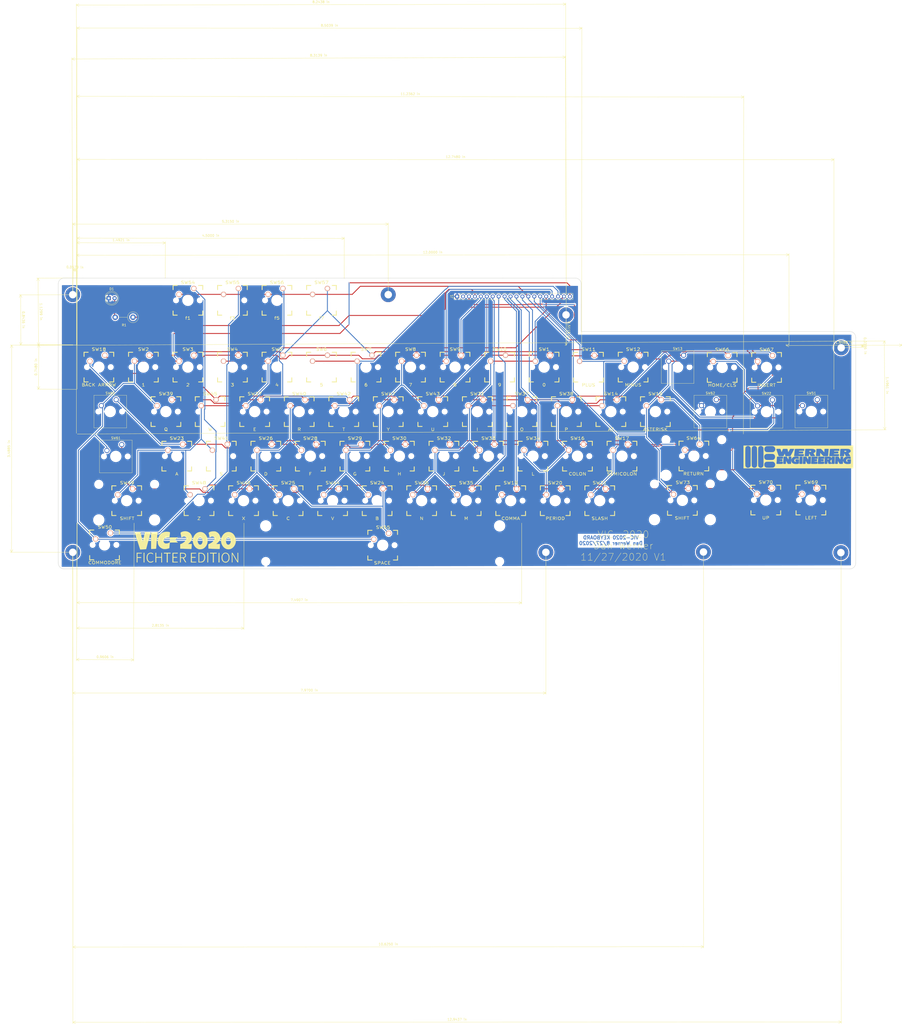
<source format=kicad_pcb>
(kicad_pcb (version 20171130) (host pcbnew "(5.1.5)-3")
  (layers (0 F.Cu signal) (31 B.Cu signal hide) (34 B.Paste user) (35 F.Paste user) (36 B.SilkS user) (37 F.SilkS user) (38 B.Mask user) (39 F.Mask user) (44 Edge.Cuts user))
  (net 0 "")
  (net 1 7)
  (net 2 E)
  (net 3 0)
  (net 4 A)
  (net 5 B)
  (net 6 C)
  (net 7 D)
  (net 8 F)
  (net 9 G)
  (net 10 6)
  (net 11 1)
  (net 12 5)
  (net 13 2)
  (net 14 3)
  (net 15 4)
  (net 16 H)
  (net 17 8)
  (net 18 I)
  (net 19 +5V)
  (net 20 "Net-(D1-Pad2)")
  (module logo:we_small_neg (layer F.Cu) (at 352 162.9)
    (fp_text reference G*** hide)
    (fp_text value LOGO hide)
  )
  (module logo:viclogo (layer F.Cu) (at 90.2 201.4)
    (fp_text reference G*** hide)
    (fp_text value LOGO hide)
  )
  (module Button_Switch_Keyboard:SW_Cherry_MX_1.50u_PCB (layer F.Cu) (at 316.9 138.4)
    (fp_text reference SW62 (at -2.54 -2.794) (layer F.SilkS))
    (fp_text value RESTORE)
    (pad "" np_thru_hole circle (at 2.54 5.08) (size 1.7 1.7) (drill 1.7) (layers *.Cu *.Mask))
    (pad "" np_thru_hole circle (at -7.62 5.08) (size 1.7 1.7) (drill 1.7) (layers *.Cu *.Mask))
    (pad "" np_thru_hole circle (at -2.54 5.08) (size 4 4) (drill 4) (layers *.Cu *.Mask))
    (pad 2 thru_hole circle (at -6.35 2.54) (size 2.2 2.2) (drill 1.5) (layers *.Cu *.Mask) (net 18 I))
    (pad 1 thru_hole circle (at 0 0) (size 2.2 2.2) (drill 1.5) (layers *.Cu *.Mask) (net 17 8))
  )
  (module Button_Switch_Keyboard:SW_Cherry_MX_1.75u_PCB (layer F.Cu) (at 62.5 157.6)
    (fp_text reference SW61 (at -2.54 -2.794) (layer F.SilkS))
    (fp_text value STOP)
    (pad "" np_thru_hole circle (at 2.54 5.08) (size 1.7 1.7) (drill 1.7) (layers *.Cu *.Mask))
    (pad "" np_thru_hole circle (at -7.62 5.08) (size 1.7 1.7) (drill 1.7) (layers *.Cu *.Mask))
    (pad "" np_thru_hole circle (at -2.54 5.08) (size 4 4) (drill 4) (layers *.Cu *.Mask))
    (pad 2 thru_hole circle (at -6.35 2.54) (size 2.2 2.2) (drill 1.5) (layers *.Cu *.Mask) (net 4 A))
    (pad 1 thru_hole circle (at 0 0) (size 2.2 2.2) (drill 1.5) (layers *.Cu *.Mask) (net 14 3))
  )
  (module Button_Switch_Keyboard:SW_Cherry_MX_1.50u_PCB (layer F.Cu) (at 60.1 138.4)
    (fp_text reference SW60 (at -2.54 -2.794) (layer F.SilkS))
    (fp_text value CONTROL)
    (pad "" np_thru_hole circle (at 2.54 5.08) (size 1.7 1.7) (drill 1.7) (layers *.Cu *.Mask))
    (pad "" np_thru_hole circle (at -7.62 5.08) (size 1.7 1.7) (drill 1.7) (layers *.Cu *.Mask))
    (pad "" np_thru_hole circle (at -2.54 5.08) (size 4 4) (drill 4) (layers *.Cu *.Mask))
    (pad 2 thru_hole circle (at -6.35 2.54) (size 2.2 2.2) (drill 1.5) (layers *.Cu *.Mask) (net 4 A))
    (pad 1 thru_hole circle (at 0 0) (size 2.2 2.2) (drill 1.5) (layers *.Cu *.Mask) (net 13 2))
  )
  (module Resistor_THT:R_Axial_DIN0414_L11.9mm_D4.5mm_P7.62mm_Vertical (layer F.Cu) (at 67.31 103.124 180)
    (fp_text reference R1 (at 3.81 -3.37) (layer F.SilkS))
    (fp_text value 330)
    (pad 2 thru_hole oval (at 7.62 0 180) (size 2.4 2.4) (drill 1.2) (layers *.Cu *.Mask) (net 20 "Net-(D1-Pad2)"))
    (pad 1 thru_hole circle (at 0 0 180) (size 2.4 2.4) (drill 1.2) (layers *.Cu *.Mask) (net 19 +5V))
  )
  (module LED_THT:LED_D5.0mm (layer F.Cu) (at 56.896 94.996)
    (fp_text reference D1 (at 1.27 -3.96) (layer F.SilkS))
    (fp_text value LED)
    (pad 2 thru_hole circle (at 2.54 0) (size 1.8 1.8) (drill 0.9) (layers *.Cu *.Mask) (net 20 "Net-(D1-Pad2)"))
    (pad 1 thru_hole rect (at 0 0) (size 1.8 1.8) (drill 0.9) (layers *.Cu *.Mask) (net 18 I))
  )
  (module MountingHole:MountingHole_3.2mm_M3_Pad (layer F.Cu) (at 176.53 93.472)
    (fp_text reference H8 hide)
    (fp_text value MountingHole)
    (pad 1 thru_hole circle (at 0 0) (size 6.4 6.4) (drill 3.2) (layers *.Cu *.Mask))
  )
  (module MountingHole:MountingHole_3.2mm_M3_Pad (layer F.Cu) (at 252.603 102.108)
    (fp_text reference H7 hide)
    (fp_text value MountingHole)
    (pad 1 thru_hole circle (at 0 0) (size 6.4 6.4) (drill 3.2) (layers *.Cu *.Mask))
  )
  (module MountingHole:MountingHole_3.2mm_M3_Pad (layer F.Cu) (at 41.529 203.708)
    (fp_text reference H6 hide)
    (fp_text value MountingHole)
    (pad 1 thru_hole circle (at 0 0) (size 6.4 6.4) (drill 3.2) (layers *.Cu *.Mask))
  )
  (module MountingHole:MountingHole_3.2mm_M3_Pad (layer F.Cu) (at 311.404 203.581)
    (fp_text reference H5 hide)
    (fp_text value MountingHole)
    (pad 1 thru_hole circle (at 0 0) (size 6.4 6.4) (drill 3.2) (layers *.Cu *.Mask))
  )
  (module MountingHole:MountingHole_3.2mm_M3_Pad (layer F.Cu) (at 41.529 93.472)
    (fp_text reference H4 hide)
    (fp_text value MountingHole)
    (pad 1 thru_hole circle (at 0 0) (size 6.4 6.4) (drill 3.2) (layers *.Cu *.Mask))
  )
  (module MountingHole:MountingHole_3.2mm_M3_Pad (layer F.Cu) (at 243.967 203.708)
    (fp_text reference H3 hide)
    (fp_text value MountingHole)
    (pad 1 thru_hole circle (at 0 0) (size 6.4 6.4) (drill 3.2) (layers *.Cu *.Mask))
  )
  (module MountingHole:MountingHole_3.2mm_M3_Pad (layer F.Cu) (at 370.205 203.835)
    (fp_text reference H2 hide)
    (fp_text value MountingHole)
    (pad 1 thru_hole circle (at 0 0) (size 6.4 6.4) (drill 3.2) (layers *.Cu *.Mask))
  )
  (module MountingHole:MountingHole_3.2mm_M3_Pad (layer F.Cu) (at 370.332 116.205)
    (fp_text reference H1 hide)
    (fp_text value MountingHole)
    (pad 1 thru_hole circle (at 0 0) (size 6.4 6.4) (drill 3.2) (layers *.Cu *.Mask))
  )
  (module Button_Switch_Keyboard:SW_Cherry_MX_1.00u_PCB (layer F.Cu) (at 302.895 119.38)
    (fp_text reference SW13 (at -2.54 -2.794) (layer F.SilkS))
    (fp_text value POUND)
    (pad "" np_thru_hole circle (at 2.54 5.08) (size 1.7 1.7) (drill 1.7) (layers *.Cu *.Mask))
    (pad "" np_thru_hole circle (at -7.62 5.08) (size 1.7 1.7) (drill 1.7) (layers *.Cu *.Mask))
    (pad "" np_thru_hole circle (at -2.54 5.08) (size 4 4) (drill 4) (layers *.Cu *.Mask))
    (pad 2 thru_hole circle (at -6.35 2.54) (size 2.2 2.2) (drill 1.5) (layers *.Cu *.Mask) (net 9 G))
    (pad 1 thru_hole circle (at 0 0) (size 2.2 2.2) (drill 1.5) (layers *.Cu *.Mask) (net 3 0))
  )
  (module Cherry_MX:CHERRY_PCB_100H (layer F.Cu) (at 319.405 124.587)
    (fp_text reference SW66 (at 0 -7.62) (layer F.SilkS) (effects (font (size 1.27 1.524) (thickness 0.2032))))
    (fp_text value HOME/CLS (at 0 7.62) (layer F.SilkS) (effects (font (size 1.27 1.524) (thickness 0.2032))))
    (pad 1 thru_hole circle (at 2.54 -5.08) (size 2.286 2.286) (drill 1.4986) (layers *.Cu *.SilkS *.Mask) (net 1 7))
    (pad 2 thru_hole circle (at -3.81 -2.54) (size 2.286 2.286) (drill 1.4986) (layers *.Cu *.SilkS *.Mask) (net 9 G))
    (pad HOLE np_thru_hole circle (at 0 0) (size 3.9878 3.9878) (drill 3.9878) (layers *.Cu))
    (pad HOLE np_thru_hole circle (at -5.08 0) (size 1.7018 1.7018) (drill 1.7018) (layers *.Cu))
    (pad HOLE np_thru_hole circle (at 5.08 0) (size 1.7018 1.7018) (drill 1.7018) (layers *.Cu))
  )
  (module Connector_PinHeader_2.54mm:PinHeader_1x20_P2.54mm_Vertical (layer F.Cu) (at 205.994 94.234 90)
    (fp_text reference J1 (at 0 -2.33 90) (layer F.SilkS))
    (fp_text value Conn_01x20_Male)
    (pad 20 thru_hole oval (at 0 48.26 90) (size 1.7 1.7) (drill 1) (layers *.Cu *.Mask) (net 4 A))
    (pad 19 thru_hole oval (at 0 45.72 90) (size 1.7 1.7) (drill 1) (layers *.Cu *.Mask) (net 5 B))
    (pad 18 thru_hole oval (at 0 43.18 90) (size 1.7 1.7) (drill 1) (layers *.Cu *.Mask) (net 6 C))
    (pad 17 thru_hole oval (at 0 40.64 90) (size 1.7 1.7) (drill 1) (layers *.Cu *.Mask) (net 7 D))
    (pad 16 thru_hole oval (at 0 38.1 90) (size 1.7 1.7) (drill 1) (layers *.Cu *.Mask) (net 2 E))
    (pad 15 thru_hole oval (at 0 35.56 90) (size 1.7 1.7) (drill 1) (layers *.Cu *.Mask) (net 8 F))
    (pad 14 thru_hole oval (at 0 33.02 90) (size 1.7 1.7) (drill 1) (layers *.Cu *.Mask) (net 9 G))
    (pad 13 thru_hole oval (at 0 30.48 90) (size 1.7 1.7) (drill 1) (layers *.Cu *.Mask) (net 16 H))
    (pad 12 thru_hole oval (at 0 27.94 90) (size 1.7 1.7) (drill 1) (layers *.Cu *.Mask) (net 3 0))
    (pad 11 thru_hole oval (at 0 25.4 90) (size 1.7 1.7) (drill 1) (layers *.Cu *.Mask) (net 11 1))
    (pad 10 thru_hole oval (at 0 22.86 90) (size 1.7 1.7) (drill 1) (layers *.Cu *.Mask) (net 13 2))
    (pad 9 thru_hole oval (at 0 20.32 90) (size 1.7 1.7) (drill 1) (layers *.Cu *.Mask) (net 14 3))
    (pad 8 thru_hole oval (at 0 17.78 90) (size 1.7 1.7) (drill 1) (layers *.Cu *.Mask) (net 15 4))
    (pad 7 thru_hole oval (at 0 15.24 90) (size 1.7 1.7) (drill 1) (layers *.Cu *.Mask) (net 12 5))
    (pad 6 thru_hole oval (at 0 12.7 90) (size 1.7 1.7) (drill 1) (layers *.Cu *.Mask) (net 10 6))
    (pad 5 thru_hole oval (at 0 10.16 90) (size 1.7 1.7) (drill 1) (layers *.Cu *.Mask) (net 1 7))
    (pad 4 thru_hole oval (at 0 7.62 90) (size 1.7 1.7) (drill 1) (layers *.Cu *.Mask) (net 19 +5V))
    (pad 3 thru_hole oval (at 0 5.08 90) (size 1.7 1.7) (drill 1) (layers *.Cu *.Mask) (net 17 8))
    (pad 2 thru_hole oval (at 0 2.54 90) (size 1.7 1.7) (drill 1) (layers *.Cu *.Mask))
    (pad 1 thru_hole rect (at 0 0 90) (size 1.7 1.7) (drill 1) (layers *.Cu *.Mask) (net 18 I))
  )
  (module Button_Switch_Keyboard:SW_Cherry_MX_1.00u_PCB (layer F.Cu) (at 360.1 138.4)
    (fp_text reference SW51 (at -2.54 -2.794) (layer F.SilkS))
    (fp_text value "UP ARROW")
    (pad "" np_thru_hole circle (at 2.54 5.08) (size 1.7 1.7) (drill 1.7) (layers *.Cu *.Mask))
    (pad "" np_thru_hole circle (at -7.62 5.08) (size 1.7 1.7) (drill 1.7) (layers *.Cu *.Mask))
    (pad "" np_thru_hole circle (at -2.54 5.08) (size 4 4) (drill 4) (layers *.Cu *.Mask))
    (pad 2 thru_hole circle (at -6.35 2.54) (size 2.2 2.2) (drill 1.5) (layers *.Cu *.Mask) (net 9 G))
    (pad 1 thru_hole circle (at 0 0) (size 2.2 2.2) (drill 1.5) (layers *.Cu *.Mask) (net 10 6))
  )
  (module Button_Switch_Keyboard:SW_Cherry_MX_1.00u_PCB (layer F.Cu) (at 340.9 138.5)
    (fp_text reference SW22 (at -2.54 -2.794) (layer F.SilkS))
    (fp_text value EQUALS)
    (pad "" np_thru_hole circle (at 2.54 5.08) (size 1.7 1.7) (drill 1.7) (layers *.Cu *.Mask))
    (pad "" np_thru_hole circle (at -7.62 5.08) (size 1.7 1.7) (drill 1.7) (layers *.Cu *.Mask))
    (pad "" np_thru_hole circle (at -2.54 5.08) (size 4 4) (drill 4) (layers *.Cu *.Mask))
    (pad 2 thru_hole circle (at -6.35 2.54) (size 2.2 2.2) (drill 1.5) (layers *.Cu *.Mask) (net 9 G))
    (pad 1 thru_hole circle (at 0 0) (size 2.2 2.2) (drill 1.5) (layers *.Cu *.Mask) (net 12 5))
  )
  (module Cherry_MX:CHERRY_PCB_100H (layer F.Cu) (at 243.205 124.46)
    (fp_text reference SW1 (at 0 -7.62) (layer F.SilkS) (effects (font (size 1.27 1.524) (thickness 0.2032))))
    (fp_text value 0 (at 0 7.62) (layer F.SilkS) (effects (font (size 1.27 1.524) (thickness 0.2032))))
    (pad 1 thru_hole circle (at 2.54 -5.08) (size 2.286 2.286) (drill 1.4986) (layers *.Cu *.SilkS *.Mask) (net 1 7))
    (pad 2 thru_hole circle (at -3.81 -2.54) (size 2.286 2.286) (drill 1.4986) (layers *.Cu *.SilkS *.Mask) (net 2 E))
    (pad HOLE np_thru_hole circle (at 0 0) (size 3.9878 3.9878) (drill 3.9878) (layers *.Cu))
    (pad HOLE np_thru_hole circle (at -5.08 0) (size 1.7018 1.7018) (drill 1.7018) (layers *.Cu))
    (pad HOLE np_thru_hole circle (at 5.08 0) (size 1.7018 1.7018) (drill 1.7018) (layers *.Cu))
  )
  (module Cherry_MX:CHERRY_PCB_100H (layer F.Cu) (at 71.755 124.46)
    (fp_text reference SW2 (at 0 -7.62) (layer F.SilkS) (effects (font (size 1.27 1.524) (thickness 0.2032))))
    (fp_text value 1 (at 0 7.62) (layer F.SilkS) (effects (font (size 1.27 1.524) (thickness 0.2032))))
    (pad 1 thru_hole circle (at 2.54 -5.08) (size 2.286 2.286) (drill 1.4986) (layers *.Cu *.SilkS *.Mask) (net 3 0))
    (pad 2 thru_hole circle (at -3.81 -2.54) (size 2.286 2.286) (drill 1.4986) (layers *.Cu *.SilkS *.Mask) (net 4 A))
    (pad HOLE np_thru_hole circle (at 0 0) (size 3.9878 3.9878) (drill 3.9878) (layers *.Cu))
    (pad HOLE np_thru_hole circle (at -5.08 0) (size 1.7018 1.7018) (drill 1.7018) (layers *.Cu))
    (pad HOLE np_thru_hole circle (at 5.08 0) (size 1.7018 1.7018) (drill 1.7018) (layers *.Cu))
  )
  (module Cherry_MX:CHERRY_PCB_100H (layer F.Cu) (at 90.805 124.46)
    (fp_text reference SW3 (at 0 -7.62) (layer F.SilkS) (effects (font (size 1.27 1.524) (thickness 0.2032))))
    (fp_text value 2 (at 0 7.62) (layer F.SilkS) (effects (font (size 1.27 1.524) (thickness 0.2032))))
    (pad 1 thru_hole circle (at 2.54 -5.08) (size 2.286 2.286) (drill 1.4986) (layers *.Cu *.SilkS *.Mask) (net 1 7))
    (pad 2 thru_hole circle (at -3.81 -2.54) (size 2.286 2.286) (drill 1.4986) (layers *.Cu *.SilkS *.Mask) (net 4 A))
    (pad HOLE np_thru_hole circle (at 0 0) (size 3.9878 3.9878) (drill 3.9878) (layers *.Cu))
    (pad HOLE np_thru_hole circle (at -5.08 0) (size 1.7018 1.7018) (drill 1.7018) (layers *.Cu))
    (pad HOLE np_thru_hole circle (at 5.08 0) (size 1.7018 1.7018) (drill 1.7018) (layers *.Cu))
  )
  (module Cherry_MX:CHERRY_PCB_100H (layer F.Cu) (at 109.855 124.46)
    (fp_text reference SW4 (at 0 -7.62) (layer F.SilkS) (effects (font (size 1.27 1.524) (thickness 0.2032))))
    (fp_text value 3 (at 0 7.62) (layer F.SilkS) (effects (font (size 1.27 1.524) (thickness 0.2032))))
    (pad 1 thru_hole circle (at 2.54 -5.08) (size 2.286 2.286) (drill 1.4986) (layers *.Cu *.SilkS *.Mask) (net 3 0))
    (pad 2 thru_hole circle (at -3.81 -2.54) (size 2.286 2.286) (drill 1.4986) (layers *.Cu *.SilkS *.Mask) (net 5 B))
    (pad HOLE np_thru_hole circle (at 0 0) (size 3.9878 3.9878) (drill 3.9878) (layers *.Cu))
    (pad HOLE np_thru_hole circle (at -5.08 0) (size 1.7018 1.7018) (drill 1.7018) (layers *.Cu))
    (pad HOLE np_thru_hole circle (at 5.08 0) (size 1.7018 1.7018) (drill 1.7018) (layers *.Cu))
  )
  (module Cherry_MX:CHERRY_PCB_100H (layer F.Cu) (at 128.905 124.46)
    (fp_text reference SW5 (at 0 -7.62) (layer F.SilkS) (effects (font (size 1.27 1.524) (thickness 0.2032))))
    (fp_text value 4 (at 0 7.62) (layer F.SilkS) (effects (font (size 1.27 1.524) (thickness 0.2032))))
    (pad 1 thru_hole circle (at 2.54 -5.08) (size 2.286 2.286) (drill 1.4986) (layers *.Cu *.SilkS *.Mask) (net 1 7))
    (pad 2 thru_hole circle (at -3.81 -2.54) (size 2.286 2.286) (drill 1.4986) (layers *.Cu *.SilkS *.Mask) (net 5 B))
    (pad HOLE np_thru_hole circle (at 0 0) (size 3.9878 3.9878) (drill 3.9878) (layers *.Cu))
    (pad HOLE np_thru_hole circle (at -5.08 0) (size 1.7018 1.7018) (drill 1.7018) (layers *.Cu))
    (pad HOLE np_thru_hole circle (at 5.08 0) (size 1.7018 1.7018) (drill 1.7018) (layers *.Cu))
  )
  (module Cherry_MX:CHERRY_PCB_100H (layer F.Cu) (at 147.955 124.46)
    (fp_text reference SW6 (at 0 -7.62) (layer F.SilkS) (effects (font (size 1.27 1.524) (thickness 0.2032))))
    (fp_text value 5 (at 0 7.62) (layer F.SilkS) (effects (font (size 1.27 1.524) (thickness 0.2032))))
    (pad 1 thru_hole circle (at 2.54 -5.08) (size 2.286 2.286) (drill 1.4986) (layers *.Cu *.SilkS *.Mask) (net 3 0))
    (pad 2 thru_hole circle (at -3.81 -2.54) (size 2.286 2.286) (drill 1.4986) (layers *.Cu *.SilkS *.Mask) (net 6 C))
    (pad HOLE np_thru_hole circle (at 0 0) (size 3.9878 3.9878) (drill 3.9878) (layers *.Cu))
    (pad HOLE np_thru_hole circle (at -5.08 0) (size 1.7018 1.7018) (drill 1.7018) (layers *.Cu))
    (pad HOLE np_thru_hole circle (at 5.08 0) (size 1.7018 1.7018) (drill 1.7018) (layers *.Cu))
  )
  (module Cherry_MX:CHERRY_PCB_100H (layer F.Cu) (at 167.005 124.46)
    (fp_text reference SW7 (at 0 -7.62) (layer F.SilkS) (effects (font (size 1.27 1.524) (thickness 0.2032))))
    (fp_text value 6 (at 0 7.62) (layer F.SilkS) (effects (font (size 1.27 1.524) (thickness 0.2032))))
    (pad 1 thru_hole circle (at 2.54 -5.08) (size 2.286 2.286) (drill 1.4986) (layers *.Cu *.SilkS *.Mask) (net 1 7))
    (pad 2 thru_hole circle (at -3.81 -2.54) (size 2.286 2.286) (drill 1.4986) (layers *.Cu *.SilkS *.Mask) (net 6 C))
    (pad HOLE np_thru_hole circle (at 0 0) (size 3.9878 3.9878) (drill 3.9878) (layers *.Cu))
    (pad HOLE np_thru_hole circle (at -5.08 0) (size 1.7018 1.7018) (drill 1.7018) (layers *.Cu))
    (pad HOLE np_thru_hole circle (at 5.08 0) (size 1.7018 1.7018) (drill 1.7018) (layers *.Cu))
  )
  (module Cherry_MX:CHERRY_PCB_100H (layer F.Cu) (at 186.055 124.46)
    (fp_text reference SW8 (at 0 -7.62) (layer F.SilkS) (effects (font (size 1.27 1.524) (thickness 0.2032))))
    (fp_text value 7 (at 0 7.62) (layer F.SilkS) (effects (font (size 1.27 1.524) (thickness 0.2032))))
    (pad 1 thru_hole circle (at 2.54 -5.08) (size 2.286 2.286) (drill 1.4986) (layers *.Cu *.SilkS *.Mask) (net 3 0))
    (pad 2 thru_hole circle (at -3.81 -2.54) (size 2.286 2.286) (drill 1.4986) (layers *.Cu *.SilkS *.Mask) (net 7 D))
    (pad HOLE np_thru_hole circle (at 0 0) (size 3.9878 3.9878) (drill 3.9878) (layers *.Cu))
    (pad HOLE np_thru_hole circle (at -5.08 0) (size 1.7018 1.7018) (drill 1.7018) (layers *.Cu))
    (pad HOLE np_thru_hole circle (at 5.08 0) (size 1.7018 1.7018) (drill 1.7018) (layers *.Cu))
  )
  (module Cherry_MX:CHERRY_PCB_100H (layer F.Cu) (at 205.105 124.46)
    (fp_text reference SW9 (at 0 -7.62) (layer F.SilkS) (effects (font (size 1.27 1.524) (thickness 0.2032))))
    (fp_text value 8 (at 0 7.62) (layer F.SilkS) (effects (font (size 1.27 1.524) (thickness 0.2032))))
    (pad 1 thru_hole circle (at 2.54 -5.08) (size 2.286 2.286) (drill 1.4986) (layers *.Cu *.SilkS *.Mask) (net 1 7))
    (pad 2 thru_hole circle (at -3.81 -2.54) (size 2.286 2.286) (drill 1.4986) (layers *.Cu *.SilkS *.Mask) (net 7 D))
    (pad HOLE np_thru_hole circle (at 0 0) (size 3.9878 3.9878) (drill 3.9878) (layers *.Cu))
    (pad HOLE np_thru_hole circle (at -5.08 0) (size 1.7018 1.7018) (drill 1.7018) (layers *.Cu))
    (pad HOLE np_thru_hole circle (at 5.08 0) (size 1.7018 1.7018) (drill 1.7018) (layers *.Cu))
  )
  (module Cherry_MX:CHERRY_PCB_100H (layer F.Cu) (at 224.155 124.46)
    (fp_text reference SW10 (at 0 -7.62) (layer F.SilkS) (effects (font (size 1.27 1.524) (thickness 0.2032))))
    (fp_text value 9 (at 0 7.62) (layer F.SilkS) (effects (font (size 1.27 1.524) (thickness 0.2032))))
    (pad 1 thru_hole circle (at 2.54 -5.08) (size 2.286 2.286) (drill 1.4986) (layers *.Cu *.SilkS *.Mask) (net 3 0))
    (pad 2 thru_hole circle (at -3.81 -2.54) (size 2.286 2.286) (drill 1.4986) (layers *.Cu *.SilkS *.Mask) (net 2 E))
    (pad HOLE np_thru_hole circle (at 0 0) (size 3.9878 3.9878) (drill 3.9878) (layers *.Cu))
    (pad HOLE np_thru_hole circle (at -5.08 0) (size 1.7018 1.7018) (drill 1.7018) (layers *.Cu))
    (pad HOLE np_thru_hole circle (at 5.08 0) (size 1.7018 1.7018) (drill 1.7018) (layers *.Cu))
  )
  (module Cherry_MX:CHERRY_PCB_100H (layer F.Cu) (at 262.2 124.5)
    (fp_text reference SW11 (at 0 -7.62) (layer F.SilkS) (effects (font (size 1.27 1.524) (thickness 0.2032))))
    (fp_text value PLUS (at 0 7.62) (layer F.SilkS) (effects (font (size 1.27 1.524) (thickness 0.2032))))
    (pad 1 thru_hole circle (at 2.54 -5.08) (size 2.286 2.286) (drill 1.4986) (layers *.Cu *.SilkS *.Mask) (net 3 0))
    (pad 2 thru_hole circle (at -3.81 -2.54) (size 2.286 2.286) (drill 1.4986) (layers *.Cu *.SilkS *.Mask) (net 8 F))
    (pad HOLE np_thru_hole circle (at 0 0) (size 3.9878 3.9878) (drill 3.9878) (layers *.Cu))
    (pad HOLE np_thru_hole circle (at -5.08 0) (size 1.7018 1.7018) (drill 1.7018) (layers *.Cu))
    (pad HOLE np_thru_hole circle (at 5.08 0) (size 1.7018 1.7018) (drill 1.7018) (layers *.Cu))
  )
  (module Cherry_MX:CHERRY_PCB_100H (layer F.Cu) (at 281.305 124.46)
    (fp_text reference SW12 (at 0 -7.62) (layer F.SilkS) (effects (font (size 1.27 1.524) (thickness 0.2032))))
    (fp_text value MINUS (at 0 7.62) (layer F.SilkS) (effects (font (size 1.27 1.524) (thickness 0.2032))))
    (pad 1 thru_hole circle (at 2.54 -5.08) (size 2.286 2.286) (drill 1.4986) (layers *.Cu *.SilkS *.Mask) (net 1 7))
    (pad 2 thru_hole circle (at -3.81 -2.54) (size 2.286 2.286) (drill 1.4986) (layers *.Cu *.SilkS *.Mask) (net 8 F))
    (pad HOLE np_thru_hole circle (at 0 0) (size 3.9878 3.9878) (drill 3.9878) (layers *.Cu))
    (pad HOLE np_thru_hole circle (at -5.08 0) (size 1.7018 1.7018) (drill 1.7018) (layers *.Cu))
    (pad HOLE np_thru_hole circle (at 5.08 0) (size 1.7018 1.7018) (drill 1.7018) (layers *.Cu))
  )
  (module Cherry_MX:CHERRY_PCB_100H (layer F.Cu) (at 271.78 143.51)
    (fp_text reference SW14 (at 0 -7.62) (layer F.SilkS) (effects (font (size 1.27 1.524) (thickness 0.2032))))
    (fp_text value AT (at 0 7.62) (layer F.SilkS) (effects (font (size 1.27 1.524) (thickness 0.2032))))
    (pad 1 thru_hole circle (at 2.54 -5.08) (size 2.286 2.286) (drill 1.4986) (layers *.Cu *.SilkS *.Mask) (net 10 6))
    (pad 2 thru_hole circle (at -3.81 -2.54) (size 2.286 2.286) (drill 1.4986) (layers *.Cu *.SilkS *.Mask) (net 8 F))
    (pad HOLE np_thru_hole circle (at 0 0) (size 3.9878 3.9878) (drill 3.9878) (layers *.Cu))
    (pad HOLE np_thru_hole circle (at -5.08 0) (size 1.7018 1.7018) (drill 1.7018) (layers *.Cu))
    (pad HOLE np_thru_hole circle (at 5.08 0) (size 1.7018 1.7018) (drill 1.7018) (layers *.Cu))
  )
  (module Cherry_MX:CHERRY_PCB_100H (layer F.Cu) (at 290.83 143.51)
    (fp_text reference SW15 (at 0 -7.62) (layer F.SilkS) (effects (font (size 1.27 1.524) (thickness 0.2032))))
    (fp_text value ASTERISK (at 0 7.62) (layer F.SilkS) (effects (font (size 1.27 1.524) (thickness 0.2032))))
    (pad 1 thru_hole circle (at 2.54 -5.08) (size 2.286 2.286) (drill 1.4986) (layers *.Cu *.SilkS *.Mask) (net 11 1))
    (pad 2 thru_hole circle (at -3.81 -2.54) (size 2.286 2.286) (drill 1.4986) (layers *.Cu *.SilkS *.Mask) (net 9 G))
    (pad HOLE np_thru_hole circle (at 0 0) (size 3.9878 3.9878) (drill 3.9878) (layers *.Cu))
    (pad HOLE np_thru_hole circle (at -5.08 0) (size 1.7018 1.7018) (drill 1.7018) (layers *.Cu))
    (pad HOLE np_thru_hole circle (at 5.08 0) (size 1.7018 1.7018) (drill 1.7018) (layers *.Cu))
  )
  (module Cherry_MX:CHERRY_PCB_100H (layer F.Cu) (at 257.492 162.56)
    (fp_text reference SW16 (at 0 -7.62) (layer F.SilkS) (effects (font (size 1.27 1.524) (thickness 0.2032))))
    (fp_text value COLON (at 0 7.62) (layer F.SilkS) (effects (font (size 1.27 1.524) (thickness 0.2032))))
    (pad 1 thru_hole circle (at 2.54 -5.08) (size 2.286 2.286) (drill 1.4986) (layers *.Cu *.SilkS *.Mask) (net 12 5))
    (pad 2 thru_hole circle (at -3.81 -2.54) (size 2.286 2.286) (drill 1.4986) (layers *.Cu *.SilkS *.Mask) (net 8 F))
    (pad HOLE np_thru_hole circle (at 0 0) (size 3.9878 3.9878) (drill 3.9878) (layers *.Cu))
    (pad HOLE np_thru_hole circle (at -5.08 0) (size 1.7018 1.7018) (drill 1.7018) (layers *.Cu))
    (pad HOLE np_thru_hole circle (at 5.08 0) (size 1.7018 1.7018) (drill 1.7018) (layers *.Cu))
  )
  (module Cherry_MX:CHERRY_PCB_100H (layer F.Cu) (at 276.542 162.56)
    (fp_text reference SW17 (at 0 -7.62) (layer F.SilkS) (effects (font (size 1.27 1.524) (thickness 0.2032))))
    (fp_text value SEMICOLON (at 0 7.62) (layer F.SilkS) (effects (font (size 1.27 1.524) (thickness 0.2032))))
    (pad 1 thru_hole circle (at 2.54 -5.08) (size 2.286 2.286) (drill 1.4986) (layers *.Cu *.SilkS *.Mask) (net 13 2))
    (pad 2 thru_hole circle (at -3.81 -2.54) (size 2.286 2.286) (drill 1.4986) (layers *.Cu *.SilkS *.Mask) (net 9 G))
    (pad HOLE np_thru_hole circle (at 0 0) (size 3.9878 3.9878) (drill 3.9878) (layers *.Cu))
    (pad HOLE np_thru_hole circle (at -5.08 0) (size 1.7018 1.7018) (drill 1.7018) (layers *.Cu))
    (pad HOLE np_thru_hole circle (at 5.08 0) (size 1.7018 1.7018) (drill 1.7018) (layers *.Cu))
  )
  (module Cherry_MX:CHERRY_PCB_100H (layer F.Cu) (at 52.705 124.46)
    (fp_text reference SW18 (at 0 -7.62) (layer F.SilkS) (effects (font (size 1.27 1.524) (thickness 0.2032))))
    (fp_text value "BACK ARROW" (at 0 7.62) (layer F.SilkS) (effects (font (size 1.27 1.524) (thickness 0.2032))))
    (pad 1 thru_hole circle (at 2.54 -5.08) (size 2.286 2.286) (drill 1.4986) (layers *.Cu *.SilkS *.Mask) (net 11 1))
    (pad 2 thru_hole circle (at -3.81 -2.54) (size 2.286 2.286) (drill 1.4986) (layers *.Cu *.SilkS *.Mask) (net 4 A))
    (pad HOLE np_thru_hole circle (at 0 0) (size 3.9878 3.9878) (drill 3.9878) (layers *.Cu))
    (pad HOLE np_thru_hole circle (at -5.08 0) (size 1.7018 1.7018) (drill 1.7018) (layers *.Cu))
    (pad HOLE np_thru_hole circle (at 5.08 0) (size 1.7018 1.7018) (drill 1.7018) (layers *.Cu))
  )
  (module Cherry_MX:CHERRY_PCB_100H (layer F.Cu) (at 228.918 181.61)
    (fp_text reference SW19 (at 0 -7.62) (layer F.SilkS) (effects (font (size 1.27 1.524) (thickness 0.2032))))
    (fp_text value COMMA (at 0 7.62) (layer F.SilkS) (effects (font (size 1.27 1.524) (thickness 0.2032))))
    (pad 1 thru_hole circle (at 2.54 -5.08) (size 2.286 2.286) (drill 1.4986) (layers *.Cu *.SilkS *.Mask) (net 14 3))
    (pad 2 thru_hole circle (at -3.81 -2.54) (size 2.286 2.286) (drill 1.4986) (layers *.Cu *.SilkS *.Mask) (net 8 F))
    (pad HOLE np_thru_hole circle (at 0 0) (size 3.9878 3.9878) (drill 3.9878) (layers *.Cu))
    (pad HOLE np_thru_hole circle (at -5.08 0) (size 1.7018 1.7018) (drill 1.7018) (layers *.Cu))
    (pad HOLE np_thru_hole circle (at 5.08 0) (size 1.7018 1.7018) (drill 1.7018) (layers *.Cu))
  )
  (module Cherry_MX:CHERRY_PCB_100H (layer F.Cu) (at 247.968 181.61)
    (fp_text reference SW20 (at 0 -7.62) (layer F.SilkS) (effects (font (size 1.27 1.524) (thickness 0.2032))))
    (fp_text value PERIOD (at 0 7.62) (layer F.SilkS) (effects (font (size 1.27 1.524) (thickness 0.2032))))
    (pad 1 thru_hole circle (at 2.54 -5.08) (size 2.286 2.286) (drill 1.4986) (layers *.Cu *.SilkS *.Mask) (net 15 4))
    (pad 2 thru_hole circle (at -3.81 -2.54) (size 2.286 2.286) (drill 1.4986) (layers *.Cu *.SilkS *.Mask) (net 8 F))
    (pad HOLE np_thru_hole circle (at 0 0) (size 3.9878 3.9878) (drill 3.9878) (layers *.Cu))
    (pad HOLE np_thru_hole circle (at -5.08 0) (size 1.7018 1.7018) (drill 1.7018) (layers *.Cu))
    (pad HOLE np_thru_hole circle (at 5.08 0) (size 1.7018 1.7018) (drill 1.7018) (layers *.Cu))
  )
  (module Cherry_MX:CHERRY_PCB_100H (layer F.Cu) (at 267.018 181.61)
    (fp_text reference SW21 (at 0 -7.62) (layer F.SilkS) (effects (font (size 1.27 1.524) (thickness 0.2032))))
    (fp_text value SLASH (at 0 7.62) (layer F.SilkS) (effects (font (size 1.27 1.524) (thickness 0.2032))))
    (pad 1 thru_hole circle (at 2.54 -5.08) (size 2.286 2.286) (drill 1.4986) (layers *.Cu *.SilkS *.Mask) (net 14 3))
    (pad 2 thru_hole circle (at -3.81 -2.54) (size 2.286 2.286) (drill 1.4986) (layers *.Cu *.SilkS *.Mask) (net 9 G))
    (pad HOLE np_thru_hole circle (at 0 0) (size 3.9878 3.9878) (drill 3.9878) (layers *.Cu))
    (pad HOLE np_thru_hole circle (at -5.08 0) (size 1.7018 1.7018) (drill 1.7018) (layers *.Cu))
    (pad HOLE np_thru_hole circle (at 5.08 0) (size 1.7018 1.7018) (drill 1.7018) (layers *.Cu))
  )
  (module Cherry_MX:CHERRY_PCB_100H (layer F.Cu) (at 86.0425 162.56)
    (fp_text reference SW23 (at 0 -7.62) (layer F.SilkS) (effects (font (size 1.27 1.524) (thickness 0.2032))))
    (fp_text value A (at 0 7.62) (layer F.SilkS) (effects (font (size 1.27 1.524) (thickness 0.2032))))
    (pad 1 thru_hole circle (at 2.54 -5.08) (size 2.286 2.286) (drill 1.4986) (layers *.Cu *.SilkS *.Mask) (net 13 2))
    (pad 2 thru_hole circle (at -3.81 -2.54) (size 2.286 2.286) (drill 1.4986) (layers *.Cu *.SilkS *.Mask) (net 5 B))
    (pad HOLE np_thru_hole circle (at 0 0) (size 3.9878 3.9878) (drill 3.9878) (layers *.Cu))
    (pad HOLE np_thru_hole circle (at -5.08 0) (size 1.7018 1.7018) (drill 1.7018) (layers *.Cu))
    (pad HOLE np_thru_hole circle (at 5.08 0) (size 1.7018 1.7018) (drill 1.7018) (layers *.Cu))
  )
  (module Cherry_MX:CHERRY_PCB_100H (layer F.Cu) (at 171.768 181.61)
    (fp_text reference SW24 (at 0 -7.62) (layer F.SilkS) (effects (font (size 1.27 1.524) (thickness 0.2032))))
    (fp_text value B (at 0 7.62) (layer F.SilkS) (effects (font (size 1.27 1.524) (thickness 0.2032))))
    (pad 1 thru_hole circle (at 2.54 -5.08) (size 2.286 2.286) (drill 1.4986) (layers *.Cu *.SilkS *.Mask) (net 15 4))
    (pad 2 thru_hole circle (at -3.81 -2.54) (size 2.286 2.286) (drill 1.4986) (layers *.Cu *.SilkS *.Mask) (net 7 D))
    (pad HOLE np_thru_hole circle (at 0 0) (size 3.9878 3.9878) (drill 3.9878) (layers *.Cu))
    (pad HOLE np_thru_hole circle (at -5.08 0) (size 1.7018 1.7018) (drill 1.7018) (layers *.Cu))
    (pad HOLE np_thru_hole circle (at 5.08 0) (size 1.7018 1.7018) (drill 1.7018) (layers *.Cu))
  )
  (module Cherry_MX:CHERRY_PCB_100H (layer F.Cu) (at 133.668 181.61)
    (fp_text reference SW25 (at 0 -7.62) (layer F.SilkS) (effects (font (size 1.27 1.524) (thickness 0.2032))))
    (fp_text value C (at 0 7.62) (layer F.SilkS) (effects (font (size 1.27 1.524) (thickness 0.2032))))
    (pad 1 thru_hole circle (at 2.54 -5.08) (size 2.286 2.286) (drill 1.4986) (layers *.Cu *.SilkS *.Mask) (net 15 4))
    (pad 2 thru_hole circle (at -3.81 -2.54) (size 2.286 2.286) (drill 1.4986) (layers *.Cu *.SilkS *.Mask) (net 6 C))
    (pad HOLE np_thru_hole circle (at 0 0) (size 3.9878 3.9878) (drill 3.9878) (layers *.Cu))
    (pad HOLE np_thru_hole circle (at -5.08 0) (size 1.7018 1.7018) (drill 1.7018) (layers *.Cu))
    (pad HOLE np_thru_hole circle (at 5.08 0) (size 1.7018 1.7018) (drill 1.7018) (layers *.Cu))
  )
  (module Cherry_MX:CHERRY_PCB_100H (layer F.Cu) (at 124.142 162.56)
    (fp_text reference SW26 (at 0 -7.62) (layer F.SilkS) (effects (font (size 1.27 1.524) (thickness 0.2032))))
    (fp_text value D (at 0 7.62) (layer F.SilkS) (effects (font (size 1.27 1.524) (thickness 0.2032))))
    (pad 1 thru_hole circle (at 2.54 -5.08) (size 2.286 2.286) (drill 1.4986) (layers *.Cu *.SilkS *.Mask) (net 13 2))
    (pad 2 thru_hole circle (at -3.81 -2.54) (size 2.286 2.286) (drill 1.4986) (layers *.Cu *.SilkS *.Mask) (net 6 C))
    (pad HOLE np_thru_hole circle (at 0 0) (size 3.9878 3.9878) (drill 3.9878) (layers *.Cu))
    (pad HOLE np_thru_hole circle (at -5.08 0) (size 1.7018 1.7018) (drill 1.7018) (layers *.Cu))
    (pad HOLE np_thru_hole circle (at 5.08 0) (size 1.7018 1.7018) (drill 1.7018) (layers *.Cu))
  )
  (module Cherry_MX:CHERRY_PCB_100H (layer F.Cu) (at 119.38 143.51)
    (fp_text reference SW27 (at 0 -7.62) (layer F.SilkS) (effects (font (size 1.27 1.524) (thickness 0.2032))))
    (fp_text value E (at 0 7.62) (layer F.SilkS) (effects (font (size 1.27 1.524) (thickness 0.2032))))
    (pad 1 thru_hole circle (at 2.54 -5.08) (size 2.286 2.286) (drill 1.4986) (layers *.Cu *.SilkS *.Mask) (net 10 6))
    (pad 2 thru_hole circle (at -3.81 -2.54) (size 2.286 2.286) (drill 1.4986) (layers *.Cu *.SilkS *.Mask) (net 5 B))
    (pad HOLE np_thru_hole circle (at 0 0) (size 3.9878 3.9878) (drill 3.9878) (layers *.Cu))
    (pad HOLE np_thru_hole circle (at -5.08 0) (size 1.7018 1.7018) (drill 1.7018) (layers *.Cu))
    (pad HOLE np_thru_hole circle (at 5.08 0) (size 1.7018 1.7018) (drill 1.7018) (layers *.Cu))
  )
  (module Cherry_MX:CHERRY_PCB_100H (layer F.Cu) (at 143.192 162.56)
    (fp_text reference SW28 (at 0 -7.62) (layer F.SilkS) (effects (font (size 1.27 1.524) (thickness 0.2032))))
    (fp_text value F (at 0 7.62) (layer F.SilkS) (effects (font (size 1.27 1.524) (thickness 0.2032))))
    (pad 1 thru_hole circle (at 2.54 -5.08) (size 2.286 2.286) (drill 1.4986) (layers *.Cu *.SilkS *.Mask) (net 12 5))
    (pad 2 thru_hole circle (at -3.81 -2.54) (size 2.286 2.286) (drill 1.4986) (layers *.Cu *.SilkS *.Mask) (net 6 C))
    (pad HOLE np_thru_hole circle (at 0 0) (size 3.9878 3.9878) (drill 3.9878) (layers *.Cu))
    (pad HOLE np_thru_hole circle (at -5.08 0) (size 1.7018 1.7018) (drill 1.7018) (layers *.Cu))
    (pad HOLE np_thru_hole circle (at 5.08 0) (size 1.7018 1.7018) (drill 1.7018) (layers *.Cu))
  )
  (module Cherry_MX:CHERRY_PCB_100H (layer F.Cu) (at 162.242 162.56)
    (fp_text reference SW29 (at 0 -7.62) (layer F.SilkS) (effects (font (size 1.27 1.524) (thickness 0.2032))))
    (fp_text value G (at 0 7.62) (layer F.SilkS) (effects (font (size 1.27 1.524) (thickness 0.2032))))
    (pad 1 thru_hole circle (at 2.54 -5.08) (size 2.286 2.286) (drill 1.4986) (layers *.Cu *.SilkS *.Mask) (net 13 2))
    (pad 2 thru_hole circle (at -3.81 -2.54) (size 2.286 2.286) (drill 1.4986) (layers *.Cu *.SilkS *.Mask) (net 7 D))
    (pad HOLE np_thru_hole circle (at 0 0) (size 3.9878 3.9878) (drill 3.9878) (layers *.Cu))
    (pad HOLE np_thru_hole circle (at -5.08 0) (size 1.7018 1.7018) (drill 1.7018) (layers *.Cu))
    (pad HOLE np_thru_hole circle (at 5.08 0) (size 1.7018 1.7018) (drill 1.7018) (layers *.Cu))
  )
  (module Cherry_MX:CHERRY_PCB_100H (layer F.Cu) (at 181.292 162.56)
    (fp_text reference SW30 (at 0 -7.62) (layer F.SilkS) (effects (font (size 1.27 1.524) (thickness 0.2032))))
    (fp_text value H (at 0 7.62) (layer F.SilkS) (effects (font (size 1.27 1.524) (thickness 0.2032))))
    (pad 1 thru_hole circle (at 2.54 -5.08) (size 2.286 2.286) (drill 1.4986) (layers *.Cu *.SilkS *.Mask) (net 12 5))
    (pad 2 thru_hole circle (at -3.81 -2.54) (size 2.286 2.286) (drill 1.4986) (layers *.Cu *.SilkS *.Mask) (net 7 D))
    (pad HOLE np_thru_hole circle (at 0 0) (size 3.9878 3.9878) (drill 3.9878) (layers *.Cu))
    (pad HOLE np_thru_hole circle (at -5.08 0) (size 1.7018 1.7018) (drill 1.7018) (layers *.Cu))
    (pad HOLE np_thru_hole circle (at 5.08 0) (size 1.7018 1.7018) (drill 1.7018) (layers *.Cu))
  )
  (module Cherry_MX:CHERRY_PCB_100H (layer F.Cu) (at 214.63 143.51)
    (fp_text reference SW31 (at 0 -7.62) (layer F.SilkS) (effects (font (size 1.27 1.524) (thickness 0.2032))))
    (fp_text value I (at 0 7.62) (layer F.SilkS) (effects (font (size 1.27 1.524) (thickness 0.2032))))
    (pad 1 thru_hole circle (at 2.54 -5.08) (size 2.286 2.286) (drill 1.4986) (layers *.Cu *.SilkS *.Mask) (net 11 1))
    (pad 2 thru_hole circle (at -3.81 -2.54) (size 2.286 2.286) (drill 1.4986) (layers *.Cu *.SilkS *.Mask) (net 2 E))
    (pad HOLE np_thru_hole circle (at 0 0) (size 3.9878 3.9878) (drill 3.9878) (layers *.Cu))
    (pad HOLE np_thru_hole circle (at -5.08 0) (size 1.7018 1.7018) (drill 1.7018) (layers *.Cu))
    (pad HOLE np_thru_hole circle (at 5.08 0) (size 1.7018 1.7018) (drill 1.7018) (layers *.Cu))
  )
  (module Cherry_MX:CHERRY_PCB_100H (layer F.Cu) (at 200.342 162.56)
    (fp_text reference SW32 (at 0 -7.62) (layer F.SilkS) (effects (font (size 1.27 1.524) (thickness 0.2032))))
    (fp_text value J (at 0 7.62) (layer F.SilkS) (effects (font (size 1.27 1.524) (thickness 0.2032))))
    (pad 1 thru_hole circle (at 2.54 -5.08) (size 2.286 2.286) (drill 1.4986) (layers *.Cu *.SilkS *.Mask) (net 13 2))
    (pad 2 thru_hole circle (at -3.81 -2.54) (size 2.286 2.286) (drill 1.4986) (layers *.Cu *.SilkS *.Mask) (net 2 E))
    (pad HOLE np_thru_hole circle (at 0 0) (size 3.9878 3.9878) (drill 3.9878) (layers *.Cu))
    (pad HOLE np_thru_hole circle (at -5.08 0) (size 1.7018 1.7018) (drill 1.7018) (layers *.Cu))
    (pad HOLE np_thru_hole circle (at 5.08 0) (size 1.7018 1.7018) (drill 1.7018) (layers *.Cu))
  )
  (module Cherry_MX:CHERRY_PCB_100H (layer F.Cu) (at 219.392 162.56)
    (fp_text reference SW33 (at 0 -7.62) (layer F.SilkS) (effects (font (size 1.27 1.524) (thickness 0.2032))))
    (fp_text value K (at 0 7.62) (layer F.SilkS) (effects (font (size 1.27 1.524) (thickness 0.2032))))
    (pad 1 thru_hole circle (at 2.54 -5.08) (size 2.286 2.286) (drill 1.4986) (layers *.Cu *.SilkS *.Mask) (net 12 5))
    (pad 2 thru_hole circle (at -3.81 -2.54) (size 2.286 2.286) (drill 1.4986) (layers *.Cu *.SilkS *.Mask) (net 2 E))
    (pad HOLE np_thru_hole circle (at 0 0) (size 3.9878 3.9878) (drill 3.9878) (layers *.Cu))
    (pad HOLE np_thru_hole circle (at -5.08 0) (size 1.7018 1.7018) (drill 1.7018) (layers *.Cu))
    (pad HOLE np_thru_hole circle (at 5.08 0) (size 1.7018 1.7018) (drill 1.7018) (layers *.Cu))
  )
  (module Cherry_MX:CHERRY_PCB_100H (layer F.Cu) (at 238.442 162.56)
    (fp_text reference SW34 (at 0 -7.62) (layer F.SilkS) (effects (font (size 1.27 1.524) (thickness 0.2032))))
    (fp_text value L (at 0 7.62) (layer F.SilkS) (effects (font (size 1.27 1.524) (thickness 0.2032))))
    (pad 1 thru_hole circle (at 2.54 -5.08) (size 2.286 2.286) (drill 1.4986) (layers *.Cu *.SilkS *.Mask) (net 13 2))
    (pad 2 thru_hole circle (at -3.81 -2.54) (size 2.286 2.286) (drill 1.4986) (layers *.Cu *.SilkS *.Mask) (net 8 F))
    (pad HOLE np_thru_hole circle (at 0 0) (size 3.9878 3.9878) (drill 3.9878) (layers *.Cu))
    (pad HOLE np_thru_hole circle (at -5.08 0) (size 1.7018 1.7018) (drill 1.7018) (layers *.Cu))
    (pad HOLE np_thru_hole circle (at 5.08 0) (size 1.7018 1.7018) (drill 1.7018) (layers *.Cu))
  )
  (module Cherry_MX:CHERRY_PCB_100H (layer F.Cu) (at 209.868 181.61)
    (fp_text reference SW35 (at 0 -7.62) (layer F.SilkS) (effects (font (size 1.27 1.524) (thickness 0.2032))))
    (fp_text value M (at 0 7.62) (layer F.SilkS) (effects (font (size 1.27 1.524) (thickness 0.2032))))
    (pad 1 thru_hole circle (at 2.54 -5.08) (size 2.286 2.286) (drill 1.4986) (layers *.Cu *.SilkS *.Mask) (net 15 4))
    (pad 2 thru_hole circle (at -3.81 -2.54) (size 2.286 2.286) (drill 1.4986) (layers *.Cu *.SilkS *.Mask) (net 2 E))
    (pad HOLE np_thru_hole circle (at 0 0) (size 3.9878 3.9878) (drill 3.9878) (layers *.Cu))
    (pad HOLE np_thru_hole circle (at -5.08 0) (size 1.7018 1.7018) (drill 1.7018) (layers *.Cu))
    (pad HOLE np_thru_hole circle (at 5.08 0) (size 1.7018 1.7018) (drill 1.7018) (layers *.Cu))
  )
  (module Cherry_MX:CHERRY_PCB_100H (layer F.Cu) (at 190.818 181.61)
    (fp_text reference SW36 (at 0 -7.62) (layer F.SilkS) (effects (font (size 1.27 1.524) (thickness 0.2032))))
    (fp_text value N (at 0 7.62) (layer F.SilkS) (effects (font (size 1.27 1.524) (thickness 0.2032))))
    (pad 1 thru_hole circle (at 2.54 -5.08) (size 2.286 2.286) (drill 1.4986) (layers *.Cu *.SilkS *.Mask) (net 14 3))
    (pad 2 thru_hole circle (at -3.81 -2.54) (size 2.286 2.286) (drill 1.4986) (layers *.Cu *.SilkS *.Mask) (net 2 E))
    (pad HOLE np_thru_hole circle (at 0 0) (size 3.9878 3.9878) (drill 3.9878) (layers *.Cu))
    (pad HOLE np_thru_hole circle (at -5.08 0) (size 1.7018 1.7018) (drill 1.7018) (layers *.Cu))
    (pad HOLE np_thru_hole circle (at 5.08 0) (size 1.7018 1.7018) (drill 1.7018) (layers *.Cu))
  )
  (module Cherry_MX:CHERRY_PCB_100H (layer F.Cu) (at 233.68 143.51)
    (fp_text reference SW37 (at 0 -7.62) (layer F.SilkS) (effects (font (size 1.27 1.524) (thickness 0.2032))))
    (fp_text value O (at 0 7.62) (layer F.SilkS) (effects (font (size 1.27 1.524) (thickness 0.2032))))
    (pad 1 thru_hole circle (at 2.54 -5.08) (size 2.286 2.286) (drill 1.4986) (layers *.Cu *.SilkS *.Mask) (net 10 6))
    (pad 2 thru_hole circle (at -3.81 -2.54) (size 2.286 2.286) (drill 1.4986) (layers *.Cu *.SilkS *.Mask) (net 2 E))
    (pad HOLE np_thru_hole circle (at 0 0) (size 3.9878 3.9878) (drill 3.9878) (layers *.Cu))
    (pad HOLE np_thru_hole circle (at -5.08 0) (size 1.7018 1.7018) (drill 1.7018) (layers *.Cu))
    (pad HOLE np_thru_hole circle (at 5.08 0) (size 1.7018 1.7018) (drill 1.7018) (layers *.Cu))
  )
  (module Cherry_MX:CHERRY_PCB_100H (layer F.Cu) (at 252.73 143.51)
    (fp_text reference SW38 (at 0 -7.62) (layer F.SilkS) (effects (font (size 1.27 1.524) (thickness 0.2032))))
    (fp_text value P (at 0 7.62) (layer F.SilkS) (effects (font (size 1.27 1.524) (thickness 0.2032))))
    (pad 1 thru_hole circle (at 2.54 -5.08) (size 2.286 2.286) (drill 1.4986) (layers *.Cu *.SilkS *.Mask) (net 11 1))
    (pad 2 thru_hole circle (at -3.81 -2.54) (size 2.286 2.286) (drill 1.4986) (layers *.Cu *.SilkS *.Mask) (net 8 F))
    (pad HOLE np_thru_hole circle (at 0 0) (size 3.9878 3.9878) (drill 3.9878) (layers *.Cu))
    (pad HOLE np_thru_hole circle (at -5.08 0) (size 1.7018 1.7018) (drill 1.7018) (layers *.Cu))
    (pad HOLE np_thru_hole circle (at 5.08 0) (size 1.7018 1.7018) (drill 1.7018) (layers *.Cu))
  )
  (module Cherry_MX:CHERRY_PCB_100H (layer F.Cu) (at 81.4 143.5)
    (fp_text reference SW39 (at 0 -7.62) (layer F.SilkS) (effects (font (size 1.27 1.524) (thickness 0.2032))))
    (fp_text value Q (at 0 7.62) (layer F.SilkS) (effects (font (size 1.27 1.524) (thickness 0.2032))))
    (pad 1 thru_hole circle (at 2.54 -5.08) (size 2.286 2.286) (drill 1.4986) (layers *.Cu *.SilkS *.Mask) (net 10 6))
    (pad 2 thru_hole circle (at -3.81 -2.54) (size 2.286 2.286) (drill 1.4986) (layers *.Cu *.SilkS *.Mask) (net 4 A))
    (pad HOLE np_thru_hole circle (at 0 0) (size 3.9878 3.9878) (drill 3.9878) (layers *.Cu))
    (pad HOLE np_thru_hole circle (at -5.08 0) (size 1.7018 1.7018) (drill 1.7018) (layers *.Cu))
    (pad HOLE np_thru_hole circle (at 5.08 0) (size 1.7018 1.7018) (drill 1.7018) (layers *.Cu))
  )
  (module Cherry_MX:CHERRY_PCB_100H (layer F.Cu) (at 138.43 143.51)
    (fp_text reference SW40 (at 0 -7.62) (layer F.SilkS) (effects (font (size 1.27 1.524) (thickness 0.2032))))
    (fp_text value R (at 0 7.62) (layer F.SilkS) (effects (font (size 1.27 1.524) (thickness 0.2032))))
    (pad 1 thru_hole circle (at 2.54 -5.08) (size 2.286 2.286) (drill 1.4986) (layers *.Cu *.SilkS *.Mask) (net 11 1))
    (pad 2 thru_hole circle (at -3.81 -2.54) (size 2.286 2.286) (drill 1.4986) (layers *.Cu *.SilkS *.Mask) (net 6 C))
    (pad HOLE np_thru_hole circle (at 0 0) (size 3.9878 3.9878) (drill 3.9878) (layers *.Cu))
    (pad HOLE np_thru_hole circle (at -5.08 0) (size 1.7018 1.7018) (drill 1.7018) (layers *.Cu))
    (pad HOLE np_thru_hole circle (at 5.08 0) (size 1.7018 1.7018) (drill 1.7018) (layers *.Cu))
  )
  (module Cherry_MX:CHERRY_PCB_100H (layer F.Cu) (at 105.092 162.56)
    (fp_text reference SW41 (at 0 -7.62) (layer F.SilkS) (effects (font (size 1.27 1.524) (thickness 0.2032))))
    (fp_text value S (at 0 7.62) (layer F.SilkS) (effects (font (size 1.27 1.524) (thickness 0.2032))))
    (pad 1 thru_hole circle (at 2.54 -5.08) (size 2.286 2.286) (drill 1.4986) (layers *.Cu *.SilkS *.Mask) (net 12 5))
    (pad 2 thru_hole circle (at -3.81 -2.54) (size 2.286 2.286) (drill 1.4986) (layers *.Cu *.SilkS *.Mask) (net 5 B))
    (pad HOLE np_thru_hole circle (at 0 0) (size 3.9878 3.9878) (drill 3.9878) (layers *.Cu))
    (pad HOLE np_thru_hole circle (at -5.08 0) (size 1.7018 1.7018) (drill 1.7018) (layers *.Cu))
    (pad HOLE np_thru_hole circle (at 5.08 0) (size 1.7018 1.7018) (drill 1.7018) (layers *.Cu))
  )
  (module Cherry_MX:CHERRY_PCB_100H (layer F.Cu) (at 157.48 143.51)
    (fp_text reference SW42 (at 0 -7.62) (layer F.SilkS) (effects (font (size 1.27 1.524) (thickness 0.2032))))
    (fp_text value T (at 0 7.62) (layer F.SilkS) (effects (font (size 1.27 1.524) (thickness 0.2032))))
    (pad 1 thru_hole circle (at 2.54 -5.08) (size 2.286 2.286) (drill 1.4986) (layers *.Cu *.SilkS *.Mask) (net 10 6))
    (pad 2 thru_hole circle (at -3.81 -2.54) (size 2.286 2.286) (drill 1.4986) (layers *.Cu *.SilkS *.Mask) (net 6 C))
    (pad HOLE np_thru_hole circle (at 0 0) (size 3.9878 3.9878) (drill 3.9878) (layers *.Cu))
    (pad HOLE np_thru_hole circle (at -5.08 0) (size 1.7018 1.7018) (drill 1.7018) (layers *.Cu))
    (pad HOLE np_thru_hole circle (at 5.08 0) (size 1.7018 1.7018) (drill 1.7018) (layers *.Cu))
  )
  (module Cherry_MX:CHERRY_PCB_100H (layer F.Cu) (at 195.58 143.51)
    (fp_text reference SW43 (at 0 -7.62) (layer F.SilkS) (effects (font (size 1.27 1.524) (thickness 0.2032))))
    (fp_text value U (at 0 7.62) (layer F.SilkS) (effects (font (size 1.27 1.524) (thickness 0.2032))))
    (pad 1 thru_hole circle (at 2.54 -5.08) (size 2.286 2.286) (drill 1.4986) (layers *.Cu *.SilkS *.Mask) (net 10 6))
    (pad 2 thru_hole circle (at -3.81 -2.54) (size 2.286 2.286) (drill 1.4986) (layers *.Cu *.SilkS *.Mask) (net 7 D))
    (pad HOLE np_thru_hole circle (at 0 0) (size 3.9878 3.9878) (drill 3.9878) (layers *.Cu))
    (pad HOLE np_thru_hole circle (at -5.08 0) (size 1.7018 1.7018) (drill 1.7018) (layers *.Cu))
    (pad HOLE np_thru_hole circle (at 5.08 0) (size 1.7018 1.7018) (drill 1.7018) (layers *.Cu))
  )
  (module Cherry_MX:CHERRY_PCB_100H (layer F.Cu) (at 152.718 181.61)
    (fp_text reference SW44 (at 0 -7.62) (layer F.SilkS) (effects (font (size 1.27 1.524) (thickness 0.2032))))
    (fp_text value V (at 0 7.62) (layer F.SilkS) (effects (font (size 1.27 1.524) (thickness 0.2032))))
    (pad 1 thru_hole circle (at 2.54 -5.08) (size 2.286 2.286) (drill 1.4986) (layers *.Cu *.SilkS *.Mask) (net 14 3))
    (pad 2 thru_hole circle (at -3.81 -2.54) (size 2.286 2.286) (drill 1.4986) (layers *.Cu *.SilkS *.Mask) (net 7 D))
    (pad HOLE np_thru_hole circle (at 0 0) (size 3.9878 3.9878) (drill 3.9878) (layers *.Cu))
    (pad HOLE np_thru_hole circle (at -5.08 0) (size 1.7018 1.7018) (drill 1.7018) (layers *.Cu))
    (pad HOLE np_thru_hole circle (at 5.08 0) (size 1.7018 1.7018) (drill 1.7018) (layers *.Cu))
  )
  (module Cherry_MX:CHERRY_PCB_100H (layer F.Cu) (at 100.33 143.51)
    (fp_text reference SW45 (at 0 -7.62) (layer F.SilkS) (effects (font (size 1.27 1.524) (thickness 0.2032))))
    (fp_text value W (at 0 7.62) (layer F.SilkS) (effects (font (size 1.27 1.524) (thickness 0.2032))))
    (pad 1 thru_hole circle (at 2.54 -5.08) (size 2.286 2.286) (drill 1.4986) (layers *.Cu *.SilkS *.Mask) (net 11 1))
    (pad 2 thru_hole circle (at -3.81 -2.54) (size 2.286 2.286) (drill 1.4986) (layers *.Cu *.SilkS *.Mask) (net 5 B))
    (pad HOLE np_thru_hole circle (at 0 0) (size 3.9878 3.9878) (drill 3.9878) (layers *.Cu))
    (pad HOLE np_thru_hole circle (at -5.08 0) (size 1.7018 1.7018) (drill 1.7018) (layers *.Cu))
    (pad HOLE np_thru_hole circle (at 5.08 0) (size 1.7018 1.7018) (drill 1.7018) (layers *.Cu))
  )
  (module Cherry_MX:CHERRY_PCB_100H (layer F.Cu) (at 114.618 181.61)
    (fp_text reference SW46 (at 0 -7.62) (layer F.SilkS) (effects (font (size 1.27 1.524) (thickness 0.2032))))
    (fp_text value X (at 0 7.62) (layer F.SilkS) (effects (font (size 1.27 1.524) (thickness 0.2032))))
    (pad 1 thru_hole circle (at 2.54 -5.08) (size 2.286 2.286) (drill 1.4986) (layers *.Cu *.SilkS *.Mask) (net 14 3))
    (pad 2 thru_hole circle (at -3.81 -2.54) (size 2.286 2.286) (drill 1.4986) (layers *.Cu *.SilkS *.Mask) (net 6 C))
    (pad HOLE np_thru_hole circle (at 0 0) (size 3.9878 3.9878) (drill 3.9878) (layers *.Cu))
    (pad HOLE np_thru_hole circle (at -5.08 0) (size 1.7018 1.7018) (drill 1.7018) (layers *.Cu))
    (pad HOLE np_thru_hole circle (at 5.08 0) (size 1.7018 1.7018) (drill 1.7018) (layers *.Cu))
  )
  (module Cherry_MX:CHERRY_PCB_100H (layer F.Cu) (at 176.53 143.51)
    (fp_text reference SW47 (at 0 -7.62) (layer F.SilkS) (effects (font (size 1.27 1.524) (thickness 0.2032))))
    (fp_text value Y (at 0 7.62) (layer F.SilkS) (effects (font (size 1.27 1.524) (thickness 0.2032))))
    (pad 1 thru_hole circle (at 2.54 -5.08) (size 2.286 2.286) (drill 1.4986) (layers *.Cu *.SilkS *.Mask) (net 11 1))
    (pad 2 thru_hole circle (at -3.81 -2.54) (size 2.286 2.286) (drill 1.4986) (layers *.Cu *.SilkS *.Mask) (net 7 D))
    (pad HOLE np_thru_hole circle (at 0 0) (size 3.9878 3.9878) (drill 3.9878) (layers *.Cu))
    (pad HOLE np_thru_hole circle (at -5.08 0) (size 1.7018 1.7018) (drill 1.7018) (layers *.Cu))
    (pad HOLE np_thru_hole circle (at 5.08 0) (size 1.7018 1.7018) (drill 1.7018) (layers *.Cu))
  )
  (module Cherry_MX:CHERRY_PCB_100H (layer F.Cu) (at 95.5675 181.61)
    (fp_text reference SW48 (at 0 -7.62) (layer F.SilkS) (effects (font (size 1.27 1.524) (thickness 0.2032))))
    (fp_text value Z (at 0 7.62) (layer F.SilkS) (effects (font (size 1.27 1.524) (thickness 0.2032))))
    (pad 1 thru_hole circle (at 2.54 -5.08) (size 2.286 2.286) (drill 1.4986) (layers *.Cu *.SilkS *.Mask) (net 15 4))
    (pad 2 thru_hole circle (at -3.81 -2.54) (size 2.286 2.286) (drill 1.4986) (layers *.Cu *.SilkS *.Mask) (net 5 B))
    (pad HOLE np_thru_hole circle (at 0 0) (size 3.9878 3.9878) (drill 3.9878) (layers *.Cu))
    (pad HOLE np_thru_hole circle (at -5.08 0) (size 1.7018 1.7018) (drill 1.7018) (layers *.Cu))
    (pad HOLE np_thru_hole circle (at 5.08 0) (size 1.7018 1.7018) (drill 1.7018) (layers *.Cu))
  )
  (module Cherry_MX:CHERRY_PCB_225H (layer F.Cu) (at 64.6112 181.61)
    (fp_text reference SW49 (at 0.15875 -7.62) (layer F.SilkS) (effects (font (size 1.27 1.524) (thickness 0.2032))))
    (fp_text value SHIFT (at 0.15875 7.62) (layer F.SilkS) (effects (font (size 1.27 1.524) (thickness 0.2032))))
    (pad 1 thru_hole circle (at 2.54 -5.08) (size 2.286 2.286) (drill 1.4986) (layers *.Cu *.SilkS *.Mask) (net 14 3))
    (pad 2 thru_hole circle (at -3.81 -2.54) (size 2.286 2.286) (drill 1.4986) (layers *.Cu *.SilkS *.Mask) (net 5 B))
    (pad HOLE np_thru_hole circle (at 0 0) (size 3.9878 3.9878) (drill 3.9878) (layers *.Cu))
    (pad HOLE np_thru_hole circle (at -5.08 0) (size 1.7018 1.7018) (drill 1.7018) (layers *.Cu))
    (pad HOLE np_thru_hole circle (at 5.08 0) (size 1.7018 1.7018) (drill 1.7018) (layers *.Cu))
    (pad HOLE np_thru_hole circle (at -11.938 -6.985) (size 3.048 3.048) (drill 3.048) (layers *.Cu))
    (pad HOLE np_thru_hole circle (at 11.938 -6.985) (size 3.048 3.048) (drill 3.048) (layers *.Cu))
    (pad HOLE np_thru_hole circle (at -11.938 8.255) (size 3.9878 3.9878) (drill 3.9878) (layers *.Cu))
    (pad HOLE np_thru_hole circle (at 11.938 8.255) (size 3.9878 3.9878) (drill 3.9878) (layers *.Cu))
  )
  (module Cherry_MX:CHERRY_PCB_125H (layer F.Cu) (at 55.118 200.533)
    (fp_text reference SW50 (at 0.15875 -7.62) (layer F.SilkS) (effects (font (size 1.27 1.524) (thickness 0.2032))))
    (fp_text value COMMODORE (at 0.15875 7.62) (layer F.SilkS) (effects (font (size 1.27 1.524) (thickness 0.2032))))
    (pad 1 thru_hole circle (at 2.54 -5.08) (size 2.286 2.286) (drill 1.4986) (layers *.Cu *.SilkS *.Mask) (net 12 5))
    (pad 2 thru_hole circle (at -3.81 -2.54) (size 2.286 2.286) (drill 1.4986) (layers *.Cu *.SilkS *.Mask) (net 4 A))
    (pad HOLE np_thru_hole circle (at 0 0) (size 3.9878 3.9878) (drill 3.9878) (layers *.Cu))
    (pad HOLE np_thru_hole circle (at -5.08 0) (size 1.7018 1.7018) (drill 1.7018) (layers *.Cu))
    (pad HOLE np_thru_hole circle (at 5.08 0) (size 1.7018 1.7018) (drill 1.7018) (layers *.Cu))
  )
  (module Cherry_MX:CHERRY_PCB_100H (layer F.Cu) (at 90.805 95.885)
    (fp_text reference SW54 (at 0 -7.62) (layer F.SilkS) (effects (font (size 1.27 1.524) (thickness 0.2032))))
    (fp_text value f1 (at 0 7.62) (layer F.SilkS) (effects (font (size 1.27 1.524) (thickness 0.2032))))
    (pad 1 thru_hole circle (at 2.54 -5.08) (size 2.286 2.286) (drill 1.4986) (layers *.Cu *.SilkS *.Mask) (net 15 4))
    (pad 2 thru_hole circle (at -3.81 -2.54) (size 2.286 2.286) (drill 1.4986) (layers *.Cu *.SilkS *.Mask) (net 16 H))
    (pad HOLE np_thru_hole circle (at 0 0) (size 3.9878 3.9878) (drill 3.9878) (layers *.Cu))
    (pad HOLE np_thru_hole circle (at -5.08 0) (size 1.7018 1.7018) (drill 1.7018) (layers *.Cu))
    (pad HOLE np_thru_hole circle (at 5.08 0) (size 1.7018 1.7018) (drill 1.7018) (layers *.Cu))
  )
  (module Cherry_MX:CHERRY_PCB_100H (layer F.Cu) (at 109.855 95.885)
    (fp_text reference SW55 (at 0 -7.62) (layer F.SilkS) (effects (font (size 1.27 1.524) (thickness 0.2032))))
    (fp_text value f3 (at 0 7.62) (layer F.SilkS) (effects (font (size 1.27 1.524) (thickness 0.2032))))
    (pad 1 thru_hole circle (at 2.54 -5.08) (size 2.286 2.286) (drill 1.4986) (layers *.Cu *.SilkS *.Mask) (net 12 5))
    (pad 2 thru_hole circle (at -3.81 -2.54) (size 2.286 2.286) (drill 1.4986) (layers *.Cu *.SilkS *.Mask) (net 16 H))
    (pad HOLE np_thru_hole circle (at 0 0) (size 3.9878 3.9878) (drill 3.9878) (layers *.Cu))
    (pad HOLE np_thru_hole circle (at -5.08 0) (size 1.7018 1.7018) (drill 1.7018) (layers *.Cu))
    (pad HOLE np_thru_hole circle (at 5.08 0) (size 1.7018 1.7018) (drill 1.7018) (layers *.Cu))
  )
  (module Cherry_MX:CHERRY_PCB_100H (layer F.Cu) (at 128.905 95.885)
    (fp_text reference SW56 (at 0 -7.62) (layer F.SilkS) (effects (font (size 1.27 1.524) (thickness 0.2032))))
    (fp_text value f5 (at 0 7.62) (layer F.SilkS) (effects (font (size 1.27 1.524) (thickness 0.2032))))
    (pad 1 thru_hole circle (at 2.54 -5.08) (size 2.286 2.286) (drill 1.4986) (layers *.Cu *.SilkS *.Mask) (net 10 6))
    (pad 2 thru_hole circle (at -3.81 -2.54) (size 2.286 2.286) (drill 1.4986) (layers *.Cu *.SilkS *.Mask) (net 16 H))
    (pad HOLE np_thru_hole circle (at 0 0) (size 3.9878 3.9878) (drill 3.9878) (layers *.Cu))
    (pad HOLE np_thru_hole circle (at -5.08 0) (size 1.7018 1.7018) (drill 1.7018) (layers *.Cu))
    (pad HOLE np_thru_hole circle (at 5.08 0) (size 1.7018 1.7018) (drill 1.7018) (layers *.Cu))
  )
  (module Cherry_MX:CHERRY_PCB_100H (layer F.Cu) (at 147.955 95.885)
    (fp_text reference SW57 (at 0 -7.62) (layer F.SilkS) (effects (font (size 1.27 1.524) (thickness 0.2032))))
    (fp_text value f7 (at 0 7.62) (layer F.SilkS) (effects (font (size 1.27 1.524) (thickness 0.2032))))
    (pad 1 thru_hole circle (at 2.54 -5.08) (size 2.286 2.286) (drill 1.4986) (layers *.Cu *.SilkS *.Mask) (net 1 7))
    (pad 2 thru_hole circle (at -3.81 -2.54) (size 2.286 2.286) (drill 1.4986) (layers *.Cu *.SilkS *.Mask) (net 16 H))
    (pad HOLE np_thru_hole circle (at 0 0) (size 3.9878 3.9878) (drill 3.9878) (layers *.Cu))
    (pad HOLE np_thru_hole circle (at -5.08 0) (size 1.7018 1.7018) (drill 1.7018) (layers *.Cu))
    (pad HOLE np_thru_hole circle (at 5.08 0) (size 1.7018 1.7018) (drill 1.7018) (layers *.Cu))
  )
  (module Cherry_MX:CHERRY_PCB_225H (layer F.Cu) (at 307.3 162.5)
    (fp_text reference SW64 (at -0.15875 -7.62) (layer F.SilkS) (effects (font (size 1.27 1.524) (thickness 0.2032))))
    (fp_text value RETURN (at -0.15875 7.62) (layer F.SilkS) (effects (font (size 1.27 1.524) (thickness 0.2032))))
    (pad 1 thru_hole circle (at 2.54 -5.08) (size 2.286 2.286) (drill 1.4986) (layers *.Cu *.SilkS *.Mask) (net 11 1))
    (pad 2 thru_hole circle (at -3.81 -2.54) (size 2.286 2.286) (drill 1.4986) (layers *.Cu *.SilkS *.Mask) (net 16 H))
    (pad HOLE np_thru_hole circle (at 0 0) (size 3.9878 3.9878) (drill 3.9878) (layers *.Cu))
    (pad HOLE np_thru_hole circle (at -5.08 0) (size 1.7018 1.7018) (drill 1.7018) (layers *.Cu))
    (pad HOLE np_thru_hole circle (at 5.08 0) (size 1.7018 1.7018) (drill 1.7018) (layers *.Cu))
    (pad HOLE np_thru_hole circle (at -11.938 -6.985) (size 3.048 3.048) (drill 3.048) (layers *.Cu))
    (pad HOLE np_thru_hole circle (at 11.938 -6.985) (size 3.048 3.048) (drill 3.048) (layers *.Cu))
    (pad HOLE np_thru_hole circle (at -11.938 8.255) (size 3.9878 3.9878) (drill 3.9878) (layers *.Cu))
    (pad HOLE np_thru_hole circle (at 11.938 8.255) (size 3.9878 3.9878) (drill 3.9878) (layers *.Cu))
  )
  (module Cherry_MX:CHERRY_PCB_625H (layer F.Cu) (at 174.149 200.66)
    (fp_text reference SW65 (at 0.15875 -7.62) (layer F.SilkS) (effects (font (size 1.27 1.524) (thickness 0.2032))))
    (fp_text value SPACE (at -0.15875 7.62) (layer F.SilkS) (effects (font (size 1.27 1.524) (thickness 0.2032))))
    (pad 1 thru_hole circle (at 2.54 -5.08) (size 2.286 2.286) (drill 1.4986) (layers *.Cu *.SilkS *.Mask) (net 15 4))
    (pad 2 thru_hole circle (at -3.81 -2.54) (size 2.286 2.286) (drill 1.4986) (layers *.Cu *.SilkS *.Mask) (net 4 A))
    (pad HOLE np_thru_hole circle (at 0 0) (size 3.9878 3.9878) (drill 3.9878) (layers *.Cu))
    (pad HOLE np_thru_hole circle (at -5.08 0) (size 1.7018 1.7018) (drill 1.7018) (layers *.Cu))
    (pad HOLE np_thru_hole circle (at 5.08 0) (size 1.7018 1.7018) (drill 1.7018) (layers *.Cu))
    (pad HOLE np_thru_hole circle (at -50.038 6.985) (size 3.048 3.048) (drill 3.048) (layers *.Cu))
    (pad HOLE np_thru_hole circle (at 50.038 6.985) (size 3.048 3.048) (drill 3.048) (layers *.Cu))
    (pad HOLE np_thru_hole circle (at -50.038 -8.255) (size 3.9878 3.9878) (drill 3.9878) (layers *.Cu))
    (pad HOLE np_thru_hole circle (at 50.038 -8.255) (size 3.9878 3.9878) (drill 3.9878) (layers *.Cu))
  )
  (module Cherry_MX:CHERRY_PCB_100H (layer F.Cu) (at 338.4 124.587)
    (fp_text reference SW67 (at 0 -7.62) (layer F.SilkS) (effects (font (size 1.27 1.524) (thickness 0.2032))))
    (fp_text value INSERT (at 0 7.62) (layer F.SilkS) (effects (font (size 1.27 1.524) (thickness 0.2032))))
    (pad 1 thru_hole circle (at 2.54 -5.08) (size 2.286 2.286) (drill 1.4986) (layers *.Cu *.SilkS *.Mask) (net 3 0))
    (pad 2 thru_hole circle (at -3.81 -2.54) (size 2.286 2.286) (drill 1.4986) (layers *.Cu *.SilkS *.Mask) (net 16 H))
    (pad HOLE np_thru_hole circle (at 0 0) (size 3.9878 3.9878) (drill 3.9878) (layers *.Cu))
    (pad HOLE np_thru_hole circle (at -5.08 0) (size 1.7018 1.7018) (drill 1.7018) (layers *.Cu))
    (pad HOLE np_thru_hole circle (at 5.08 0) (size 1.7018 1.7018) (drill 1.7018) (layers *.Cu))
  )
  (module Cherry_MX:CHERRY_PCB_100H (layer F.Cu) (at 357.378 181.356)
    (fp_text reference SW69 (at 0 -7.62) (layer F.SilkS) (effects (font (size 1.27 1.524) (thickness 0.2032))))
    (fp_text value LEFT (at 0 7.62) (layer F.SilkS) (effects (font (size 1.27 1.524) (thickness 0.2032))))
    (pad 1 thru_hole circle (at 2.54 -5.08) (size 2.286 2.286) (drill 1.4986) (layers *.Cu *.SilkS *.Mask) (net 13 2))
    (pad 2 thru_hole circle (at -3.81 -2.54) (size 2.286 2.286) (drill 1.4986) (layers *.Cu *.SilkS *.Mask) (net 16 H))
    (pad HOLE np_thru_hole circle (at 0 0) (size 3.9878 3.9878) (drill 3.9878) (layers *.Cu))
    (pad HOLE np_thru_hole circle (at -5.08 0) (size 1.7018 1.7018) (drill 1.7018) (layers *.Cu))
    (pad HOLE np_thru_hole circle (at 5.08 0) (size 1.7018 1.7018) (drill 1.7018) (layers *.Cu))
  )
  (module Cherry_MX:CHERRY_PCB_100H (layer F.Cu) (at 338.074 181.356)
    (fp_text reference SW70 (at 0 -7.62) (layer F.SilkS) (effects (font (size 1.27 1.524) (thickness 0.2032))))
    (fp_text value UP (at 0 7.62) (layer F.SilkS) (effects (font (size 1.27 1.524) (thickness 0.2032))))
    (pad 1 thru_hole circle (at 2.54 -5.08) (size 2.286 2.286) (drill 1.4986) (layers *.Cu *.SilkS *.Mask) (net 14 3))
    (pad 2 thru_hole circle (at -3.81 -2.54) (size 2.286 2.286) (drill 1.4986) (layers *.Cu *.SilkS *.Mask) (net 16 H))
    (pad HOLE np_thru_hole circle (at 0 0) (size 3.9878 3.9878) (drill 3.9878) (layers *.Cu))
    (pad HOLE np_thru_hole circle (at -5.08 0) (size 1.7018 1.7018) (drill 1.7018) (layers *.Cu))
    (pad HOLE np_thru_hole circle (at 5.08 0) (size 1.7018 1.7018) (drill 1.7018) (layers *.Cu))
  )
  (module Cherry_MX:CHERRY_PCB_275H (layer F.Cu) (at 302.387 181.483)
    (fp_text reference SW73 (at 0.15875 -7.62) (layer F.SilkS) (effects (font (size 1.27 1.524) (thickness 0.2032))))
    (fp_text value SHIFT (at -0.15875 7.62) (layer F.SilkS) (effects (font (size 1.27 1.524) (thickness 0.2032))))
    (pad 1 thru_hole circle (at 2.54 -5.08) (size 2.286 2.286) (drill 1.4986) (layers *.Cu *.SilkS *.Mask) (net 15 4))
    (pad 2 thru_hole circle (at -3.81 -2.54) (size 2.286 2.286) (drill 1.4986) (layers *.Cu *.SilkS *.Mask) (net 9 G))
    (pad HOLE np_thru_hole circle (at 0 0) (size 3.9878 3.9878) (drill 3.9878) (layers *.Cu))
    (pad HOLE np_thru_hole circle (at -5.08 0) (size 1.7018 1.7018) (drill 1.7018) (layers *.Cu))
    (pad HOLE np_thru_hole circle (at 5.08 0) (size 1.7018 1.7018) (drill 1.7018) (layers *.Cu))
    (pad HOLE np_thru_hole circle (at -11.938 -6.985) (size 3.048 3.048) (drill 3.048) (layers *.Cu))
    (pad HOLE np_thru_hole circle (at 11.938 -6.985) (size 3.048 3.048) (drill 3.048) (layers *.Cu))
    (pad HOLE np_thru_hole circle (at -11.938 8.255) (size 3.9878 3.9878) (drill 3.9878) (layers *.Cu))
    (pad HOLE np_thru_hole circle (at 11.938 8.255) (size 3.9878 3.9878) (drill 3.9878) (layers *.Cu))
  )
  (dimension 209.393313 (width 0.15) (layer F.SilkS) (gr_text "209.393 mm" (at 147.749714 -31.917353 0.09905322298) (layer F.SilkS) (effects (font (size 1 1) (thickness 0.15)))) (feature1 (pts (xy 252.7 114.7) (xy 252.447448 -31.384774))) (feature2 (pts (xy 43.307 115.062) (xy 43.054448 -31.022774))) (crossbar (pts (xy 43.055461 -30.436355) (xy 252.448461 -30.798355))) (arrow1a (pts (xy 252.448461 -30.798355) (xy 251.322973 -30.209988))) (arrow1b (pts (xy 252.448461 -30.798355) (xy 251.320945 -31.382827))) (arrow2a (pts (xy 43.055461 -30.436355) (xy 44.182977 -29.851883))) (arrow2b (pts (xy 43.055461 -30.436355) (xy 44.180949 -31.024722))))
  (dimension 216.000023 (width 0.15) (layer F.SilkS) (gr_text "216.000 mm" (at 151.363379 -21.849368 359.9734742) (layer F.SilkS) (effects (font (size 1 1) (thickness 0.15)))) (feature1 (pts (xy 259.3 115.1) (xy 259.363049 -21.085789))) (feature2 (pts (xy 43.3 115) (xy 43.363049 -21.185789))) (crossbar (pts (xy 43.362777 -20.599368) (xy 259.362777 -20.499368))) (arrow1a (pts (xy 259.362777 -20.499368) (xy 258.236002 -19.913469))) (arrow1b (pts (xy 259.362777 -20.499368) (xy 258.236545 -21.08631))) (arrow2a (pts (xy 43.362777 -20.599368) (xy 44.489009 -20.012426))) (arrow2b (pts (xy 43.362777 -20.599368) (xy 44.489552 -21.185267))))
  (dimension 12.992362 (width 0.15) (layer F.SilkS) (gr_text "12.992 mm" (at 251.351536 108.613706 270.42777) (layer F.SilkS) (effects (font (size 1 1) (thickness 0.15)))) (feature1 (pts (xy 252.7 115.1) (xy 252.113596 115.104378))) (feature2 (pts (xy 252.603 102.108) (xy 252.016596 102.112378))) (crossbar (pts (xy 252.603 102.108) (xy 252.7 115.1))) (arrow1a (pts (xy 252.7 115.1) (xy 252.105185 113.977906))) (arrow1b (pts (xy 252.7 115.1) (xy 253.277994 113.969149))) (arrow2a (pts (xy 252.603 102.108) (xy 252.025006 103.238851))) (arrow2b (pts (xy 252.603 102.108) (xy 253.197815 103.230094))))
  (dimension 211.172411 (width 0.15) (layer F.SilkS) (gr_text "211.172 mm" (at 146.741108 -9.050636 0.2094612647) (layer F.SilkS) (effects (font (size 1 1) (thickness 0.15)))) (feature1 (pts (xy 252.7 92.7) (xy 252.329217 -8.723062))) (feature2 (pts (xy 41.529 93.472) (xy 41.158217 -7.951062))) (crossbar (pts (xy 41.160361 -7.364645) (xy 252.331361 -8.136645))) (arrow1a (pts (xy 252.331361 -8.136645) (xy 251.207009 -7.54611))) (arrow1b (pts (xy 252.331361 -8.136645) (xy 251.202721 -8.718944))) (arrow2a (pts (xy 41.160361 -7.364645) (xy 42.289001 -6.782346))) (arrow2b (pts (xy 41.160361 -7.364645) (xy 42.284713 -7.95518))))
  (dimension 135.001 (width 0.15) (layer F.SilkS) (gr_text "135.001 mm" (at 109.0295 62) (layer F.SilkS) (effects (font (size 1 1) (thickness 0.15)))) (feature1 (pts (xy 176.53 93.472) (xy 176.53 62.713579))) (feature2 (pts (xy 41.529 93.472) (xy 41.529 62.713579))) (crossbar (pts (xy 41.529 63.3) (xy 176.53 63.3))) (arrow1a (pts (xy 176.53 63.3) (xy 175.403496 63.886421))) (arrow1b (pts (xy 176.53 63.3) (xy 175.403496 62.713579))) (arrow2a (pts (xy 41.529 63.3) (xy 42.655504 63.886421))) (arrow2b (pts (xy 41.529 63.3) (xy 42.655504 62.713579))))
  (dimension 1.005509 (width 0.15) (layer F.SilkS) (gr_text "1.006 mm" (at 380.761492 115.369907 -88.17627293) (layer F.SilkS) (effects (font (size 1 1) (thickness 0.15)))) (feature1 (pts (xy 370.3 115.2) (xy 380.032274 114.890117))) (feature2 (pts (xy 370.332 116.205) (xy 380.064274 115.895117))) (crossbar (pts (xy 379.47815 115.913779) (xy 379.44615 114.908779))) (arrow1a (pts (xy 379.44615 114.908779) (xy 380.068124 116.01605))) (arrow1b (pts (xy 379.44615 114.908779) (xy 378.895877 116.053375))) (arrow2a (pts (xy 379.47815 115.913779) (xy 380.028423 114.769183))) (arrow2b (pts (xy 379.47815 115.913779) (xy 378.856176 114.806508))))
  (dimension 49.500101 (width 0.15) (layer F.SilkS) (gr_text "49.500 mm" (at 371.547171 113.8496 0.1157488921) (layer F.SilkS) (effects (font (size 1 1) (thickness 0.15)))) (feature1 (pts (xy 396.3 115.2) (xy 396.298612 114.513178))) (feature2 (pts (xy 346.8 115.3) (xy 346.798612 114.613178))) (crossbar (pts (xy 346.799797 115.199597) (xy 396.299797 115.099597))) (arrow1a (pts (xy 396.299797 115.099597) (xy 395.17448 115.688292))) (arrow1b (pts (xy 396.299797 115.099597) (xy 395.172111 114.515453))) (arrow2a (pts (xy 346.799797 115.199597) (xy 347.927483 115.783741))) (arrow2b (pts (xy 346.799797 115.199597) (xy 347.925114 114.610902))))
  (dimension 328.771018 (width 0.15) (layer F.SilkS) (gr_text "328.771 mm" (at 205.980985 406.047079 0.01882144096) (layer F.SilkS) (effects (font (size 1 1) (thickness 0.15)))) (feature1 (pts (xy 370.3 203.6) (xy 370.366251 405.2795))) (feature2 (pts (xy 41.529 203.708) (xy 41.595251 405.3875))) (crossbar (pts (xy 41.595058 404.801079) (xy 370.366058 404.693079))) (arrow1a (pts (xy 370.366058 404.693079) (xy 369.239747 405.27987))) (arrow1b (pts (xy 370.366058 404.693079) (xy 369.239362 404.107028))) (arrow2a (pts (xy 41.595058 404.801079) (xy 42.721754 405.38713))) (arrow2b (pts (xy 41.595058 404.801079) (xy 42.721369 404.214288))))
  (dimension 269.87503 (width 0.15) (layer F.SilkS) (gr_text "269.875 mm" (at 176.546597 373.849907 0.02696271778) (layer F.SilkS) (effects (font (size 1 1) (thickness 0.15)))) (feature1 (pts (xy 311.404 203.581) (xy 311.483761 373.072828))) (feature2 (pts (xy 41.529 203.708) (xy 41.608761 373.199828))) (crossbar (pts (xy 41.608485 372.613407) (xy 311.483485 372.486407))) (arrow1a (pts (xy 311.483485 372.486407) (xy 310.357257 373.073358))) (arrow1b (pts (xy 311.483485 372.486407) (xy 310.356705 371.900516))) (arrow2a (pts (xy 41.608485 372.613407) (xy 42.735265 373.199298))) (arrow2b (pts (xy 41.608485 372.613407) (xy 42.734713 372.026456))))
  (dimension 202.438 (width 0.15) (layer F.SilkS) (gr_text "202.438 mm" (at 142.748 265.2) (layer F.SilkS) (effects (font (size 1 1) (thickness 0.15)))) (feature1 (pts (xy 243.967 203.708) (xy 243.967 264.486421))) (feature2 (pts (xy 41.529 203.708) (xy 41.529 264.486421))) (crossbar (pts (xy 41.529 263.9) (xy 243.967 263.9))) (arrow1a (pts (xy 243.967 263.9) (xy 242.840496 264.486421))) (arrow1b (pts (xy 243.967 263.9) (xy 242.840496 263.313579))) (arrow2a (pts (xy 41.529 263.9) (xy 42.655504 264.486421))) (arrow2b (pts (xy 41.529 263.9) (xy 42.655504 263.313579))))
  (dimension 88.608028 (width 0.15) (layer F.SilkS) (gr_text "88.608 mm" (at 14.065959 159.381966 89.95408993) (layer F.SilkS) (effects (font (size 1 1) (thickness 0.15)))) (feature1 (pts (xy 41.6 115.1) (xy 14.815039 115.078538))) (feature2 (pts (xy 41.529 203.708) (xy 14.744039 203.686538))) (crossbar (pts (xy 15.330459 203.687008) (xy 15.401459 115.079008))) (arrow1a (pts (xy 15.401459 115.079008) (xy 15.986977 116.205981))) (arrow1b (pts (xy 15.401459 115.079008) (xy 14.814136 116.205042))) (arrow2a (pts (xy 15.330459 203.687008) (xy 15.917782 202.560974))) (arrow2b (pts (xy 15.330459 203.687008) (xy 14.744941 202.560035))))
  (dimension 1.471266 (width 0.15) (layer F.SilkS) (gr_text "1.471 mm" (at 42.490863 81.593881 358.9095254) (layer F.SilkS) (effects (font (size 1 1) (thickness 0.15)))) (feature1 (pts (xy 43 93.5) (xy 43.212782 82.321331))) (feature2 (pts (xy 41.529 93.472) (xy 41.741782 82.293331))) (crossbar (pts (xy 41.730622 82.879646) (xy 43.201622 82.907646))) (arrow1a (pts (xy 43.201622 82.907646) (xy 42.064162 83.472522))) (arrow1b (pts (xy 43.201622 82.907646) (xy 42.086483 82.299893))) (arrow2a (pts (xy 41.730622 82.879646) (xy 42.845761 83.487399))) (arrow2b (pts (xy 41.730622 82.879646) (xy 42.868082 82.31477))))
  (dimension 21.428118 (width 0.15) (layer F.SilkS) (gr_text "21.428 mm" (at 17.971379 104.264174 270.1898444) (layer F.SilkS) (effects (font (size 1 1) (thickness 0.15)))) (feature1 (pts (xy 41.6 114.9) (xy 18.720455 114.97581))) (feature2 (pts (xy 41.529 93.472) (xy 18.649455 93.54781))) (crossbar (pts (xy 19.235872 93.545867) (xy 19.306872 114.973867))) (arrow1a (pts (xy 19.306872 114.973867) (xy 18.716722 113.849312))) (arrow1b (pts (xy 19.306872 114.973867) (xy 19.889557 113.845426))) (arrow2a (pts (xy 19.235872 93.545867) (xy 18.653187 94.674308))) (arrow2b (pts (xy 19.235872 93.545867) (xy 19.826022 94.670422))))
  (dimension 114.300044 (width 0.15) (layer F.SilkS) (gr_text "114.300 mm" (at 100.566188 68.047127 359.9498725) (layer F.SilkS) (effects (font (size 1 1) (thickness 0.15)))) (feature1 (pts (xy 157.7 86.6) (xy 157.715564 68.810706))) (feature2 (pts (xy 43.4 86.5) (xy 43.415564 68.710706))) (crossbar (pts (xy 43.415051 69.297127) (xy 157.715051 69.397127))) (arrow1a (pts (xy 157.715051 69.397127) (xy 156.588035 69.982562))) (arrow1b (pts (xy 157.715051 69.397127) (xy 156.589061 68.809721))) (arrow2a (pts (xy 43.415051 69.297127) (xy 44.541041 69.884533))) (arrow2b (pts (xy 43.415051 69.297127) (xy 44.542067 68.711692))))
  (dimension 37.900132 (width 0.15) (layer F.SilkS) (gr_text "37.900 mm" (at 62.193457 69.979663 359.8488242) (layer F.SilkS) (effects (font (size 1 1) (thickness 0.15)))) (feature1 (pts (xy 81.1 86.5) (xy 81.141575 70.743239))) (feature2 (pts (xy 43.2 86.4) (xy 43.241575 70.643239))) (crossbar (pts (xy 43.240027 71.229658) (xy 81.140027 71.329658))) (arrow1a (pts (xy 81.140027 71.329658) (xy 80.01198 71.913104))) (arrow1b (pts (xy 81.140027 71.329658) (xy 80.015074 70.740267))) (arrow2a (pts (xy 43.240027 71.229658) (xy 44.36498 71.819049))) (arrow2b (pts (xy 43.240027 71.229658) (xy 44.368074 70.646212))))
  (dimension 28.700697 (width 0.15) (layer F.SilkS) (gr_text "28.701 mm" (at 25.495951 100.773373 -89.60073274) (layer F.SilkS) (effects (font (size 1 1) (thickness 0.15)))) (feature1 (pts (xy 43.1 86.3) (xy 26.109513 86.418401))) (feature2 (pts (xy 43.3 115) (xy 26.309513 115.118401))) (crossbar (pts (xy 26.895919 115.114314) (xy 26.695919 86.414314))) (arrow1a (pts (xy 26.695919 86.414314) (xy 27.290176 87.536704))) (arrow1b (pts (xy 26.695919 86.414314) (xy 26.117363 87.544877))) (arrow2a (pts (xy 26.895919 115.114314) (xy 27.474475 113.983751))) (arrow2b (pts (xy 26.895919 115.114314) (xy 26.301662 113.991924))))
  (dimension 24.400205 (width 0.15) (layer F.SilkS) (gr_text "24.400 mm" (at 55.354905 250.953105 359.7651825) (layer F.SilkS) (effects (font (size 1 1) (thickness 0.15)))) (feature1 (pts (xy 67.8 191.2) (xy 67.55783 250.289531))) (feature2 (pts (xy 43.4 191.1) (xy 43.15783 250.189531))) (crossbar (pts (xy 43.160233 249.603116) (xy 67.560233 249.703116))) (arrow1a (pts (xy 67.560233 249.703116) (xy 66.431335 250.284915))) (arrow1b (pts (xy 67.560233 249.703116) (xy 66.436142 249.112083))) (arrow2a (pts (xy 43.160233 249.603116) (xy 44.284324 250.194149))) (arrow2b (pts (xy 43.160233 249.603116) (xy 44.289131 249.021317))))
  (dimension 71.46255 (width 0.15) (layer F.SilkS) (gr_text "71.463 mm" (at 79.026628 237.467188 359.9478856) (layer F.SilkS) (effects (font (size 1 1) (thickness 0.15)))) (feature1 (pts (xy 114.8 191.2) (xy 114.758536 236.78611))) (feature2 (pts (xy 43.33748 191.135) (xy 43.296016 236.72111))) (crossbar (pts (xy 43.29655 236.134689) (xy 114.75907 236.199689))) (arrow1a (pts (xy 114.75907 236.199689) (xy 113.632033 236.785085))) (arrow1b (pts (xy 114.75907 236.199689) (xy 113.6331 235.612244))) (arrow2a (pts (xy 43.29655 236.134689) (xy 44.42252 236.722134))) (arrow2b (pts (xy 43.29655 236.134689) (xy 44.423587 235.549293))))
  (dimension 190.262531 (width 0.15) (layer F.SilkS) (gr_text "190.263 mm" (at 138.456646 226.567871 359.9804259) (layer F.SilkS) (effects (font (size 1 1) (thickness 0.15)))) (feature1 (pts (xy 233.6 191.2) (xy 233.58815 225.886792))) (feature2 (pts (xy 43.33748 191.135) (xy 43.32563 225.821792))) (crossbar (pts (xy 43.32583 225.235371) (xy 233.58835 225.300371))) (arrow1a (pts (xy 233.58835 225.300371) (xy 232.461646 225.886407))) (arrow1b (pts (xy 233.58835 225.300371) (xy 232.462047 224.713565))) (arrow2a (pts (xy 43.32583 225.235371) (xy 44.452133 225.822177))) (arrow2b (pts (xy 43.32583 225.235371) (xy 44.452534 224.649335))))
  (dimension 285.400158 (width 0.15) (layer F.SilkS) (gr_text "285.400 mm" (at 185.952941 7.452263 -0.06022679581) (layer F.SilkS) (effects (font (size 1 1) (thickness 0.15)))) (feature1 (pts (xy 43.1 152.8) (xy 43.252191 8.015841))) (feature2 (pts (xy 328.5 153.1) (xy 328.652191 8.315841))) (crossbar (pts (xy 328.651574 8.902262) (xy 43.251574 8.602262))) (arrow1a (pts (xy 43.251574 8.602262) (xy 44.378694 8.017026))) (arrow1b (pts (xy 43.251574 8.602262) (xy 44.377461 9.189867))) (arrow2a (pts (xy 328.651574 8.902262) (xy 327.525687 8.314657))) (arrow2b (pts (xy 328.651574 8.902262) (xy 327.524454 9.487498))))
  (dimension 38.000526 (width 0.15) (layer F.SilkS) (gr_text "38.001 mm" (at 390.190411 132.274787 270.3015539) (layer F.SilkS) (effects (font (size 1 1) (thickness 0.15)))) (feature1 (pts (xy 43.5 153.1) (xy 389.576841 151.278543))) (feature2 (pts (xy 43.3 115.1) (xy 389.376841 113.278543))) (crossbar (pts (xy 388.790429 113.281629) (xy 388.990429 151.281629))) (arrow1a (pts (xy 388.990429 151.281629) (xy 388.398087 150.158227))) (arrow1b (pts (xy 388.990429 151.281629) (xy 389.570913 150.152054))) (arrow2a (pts (xy 388.790429 113.281629) (xy 388.209945 114.411204))) (arrow2b (pts (xy 388.790429 113.281629) (xy 389.382771 114.405031))))
  (dimension 323.800015 (width 0.15) (layer F.SilkS) (gr_text "323.800 mm" (at 205.330757 34.356465 359.9823052) (layer F.SilkS) (effects (font (size 1 1) (thickness 0.15)))) (feature1 (pts (xy 367.2 134) (xy 367.230537 35.120044))) (feature2 (pts (xy 43.4 133.9) (xy 43.430537 35.020044))) (crossbar (pts (xy 43.430356 35.606465) (xy 367.230356 35.706465))) (arrow1a (pts (xy 367.230356 35.706465) (xy 366.103671 36.292538))) (arrow1b (pts (xy 367.230356 35.706465) (xy 366.104033 35.119696))) (arrow2a (pts (xy 43.430356 35.606465) (xy 44.556679 36.193234))) (arrow2b (pts (xy 43.430356 35.606465) (xy 44.557041 35.020392))))
  (dimension 19.000263 (width 0.15) (layer F.SilkS) (gr_text "19.000 mm" (at 25.64626 124.407349 89.69844605) (layer F.SilkS) (effects (font (size 1 1) (thickness 0.15)))) (feature1 (pts (xy 43.2 134) (xy 26.309829 133.911104))) (feature2 (pts (xy 43.3 115) (xy 26.409829 114.911104))) (crossbar (pts (xy 26.996242 114.914191) (xy 26.896242 133.914191))) (arrow1a (pts (xy 26.896242 133.914191) (xy 26.315758 132.784616))) (arrow1b (pts (xy 26.896242 133.914191) (xy 27.488584 132.790789))) (arrow2a (pts (xy 26.996242 114.914191) (xy 26.4039 116.037593))) (arrow2b (pts (xy 26.996242 114.914191) (xy 27.576726 116.043766))))
  (dimension 304.800066 (width 0.15) (layer F.SilkS) (gr_text "304.800 mm" (at 195.57382 75.201329 0.03759565045) (layer F.SilkS) (effects (font (size 1 1) (thickness 0.15)))) (feature1 (pts (xy 348 115) (xy 347.974288 75.814909))) (feature2 (pts (xy 43.2 115.2) (xy 43.174288 76.014909))) (crossbar (pts (xy 43.174673 76.601329) (xy 347.974673 76.401329))) (arrow1a (pts (xy 347.974673 76.401329) (xy 346.848554 76.988489))) (arrow1b (pts (xy 347.974673 76.401329) (xy 346.847785 75.815648))) (arrow2a (pts (xy 43.174673 76.601329) (xy 44.301561 77.18701))) (arrow2b (pts (xy 43.174673 76.601329) (xy 44.300792 76.014169))))
  (gr_text "VIC-2020\nDan Werner\n11/27/2020 V1" (at 277.114 200.914) (layer F.SilkS) (effects (font (size 3 3))))
  (gr_text "VIC-2020 KEYBOARD\nDan Werner 8/27/2020" (at 271.78 198.628) (layer B.Cu) (effects (font (size 1.5 1.5) (thickness 0.3)) (justify mirror)))
  (gr_line (start 35.306 208.026) (end 35.306 208.28) (layer Edge.Cuts) (width 0.15))
  (gr_line (start 45.72 210.82) (end 37.846 210.82) (layer Edge.Cuts) (width 0.15))
  (gr_line (start 45.72 86.36) (end 37.846 86.36) (layer Edge.Cuts) (width 0.15))
  (gr_line (start 225.425 86.36) (end 247.015 86.36) (layer Edge.Cuts) (width 0.15))
  (gr_line (start 225.425 86.36) (end 45.72 86.36) (angle 90) (layer Edge.Cuts) (width 0.15))
  (gr_line (start 247.015 86.36) (end 256.54 86.36) (angle 90) (layer Edge.Cuts) (width 0.15))
  (gr_line (start 376.555 111.76) (end 376.555 208.28) (angle 90) (layer Edge.Cuts) (width 0.15))
  (gr_arc (start 374.015 111.76) (end 374.015 109.22) (angle 90) (layer Edge.Cuts) (width 0.15))
  (gr_line (start 259.08 109.22) (end 374.015 109.22) (angle 90) (layer Edge.Cuts) (width 0.15))
  (gr_line (start 259.08 88.9) (end 259.08 109.22) (angle 90) (layer Edge.Cuts) (width 0.15))
  (gr_arc (start 256.54 88.9) (end 256.54 86.36) (angle 90) (layer Edge.Cuts) (width 0.15))
  (gr_line (start 35.306 208.026) (end 35.306 88.9) (angle 90) (layer Edge.Cuts) (width 0.15))
  (gr_line (start 374.015 210.82) (end 45.72 210.82) (angle 90) (layer Edge.Cuts) (width 0.15))
  (gr_arc (start 374.015 208.28) (end 376.555 208.28) (angle 90) (layer Edge.Cuts) (width 0.15))
  (gr_arc (start 37.846 88.9) (end 35.306 88.9) (angle 90) (layer Edge.Cuts) (width 0.15))
  (gr_arc (start 37.846 208.28) (end 37.846 210.82) (angle 90) (layer Edge.Cuts) (width 0.15))
  (segment (start 150.495 100.33) (end 131.445 119.38) (width 0.375) (layer B.Cu) (net 1))
  (segment (start 150.495 90.805) (end 150.495 100.33) (width 0.375) (layer B.Cu) (net 1))
  (segment (start 169.545 119.38) (end 150.495 100.33) (width 0.375) (layer B.Cu) (net 1))
  (segment (start 283.2 117) (end 247.6724 117) (width 0.375) (layer F.Cu) (net 1))
  (segment (start 247.0312 118.0938) (end 245.745 119.38) (width 0.375) (layer F.Cu) (net 1))
  (segment (start 283.845 119.38) (end 285.355 117.87) (width 0.375) (layer F.Cu) (net 1))
  (segment (start 285.355 117.87) (end 320.308 117.87) (width 0.375) (layer F.Cu) (net 1))
  (segment (start 320.308 117.87) (end 321.945 119.507) (width 0.375) (layer F.Cu) (net 1))
  (segment (start 207.645 119.38) (end 209.1779 117.8471) (width 0.375) (layer F.Cu) (net 1))
  (segment (start 209.1779 117.8471) (end 244.2121 117.8471) (width 0.375) (layer F.Cu) (net 1))
  (segment (start 244.2121 117.8471) (end 245.745 119.38) (width 0.375) (layer F.Cu) (net 1))
  (segment (start 169.545 119.38) (end 171.0759 117.8491) (width 0.375) (layer F.Cu) (net 1))
  (segment (start 171.0759 117.8491) (end 206.1141 117.8491) (width 0.375) (layer F.Cu) (net 1))
  (segment (start 206.1141 117.8491) (end 207.645 119.38) (width 0.375) (layer F.Cu) (net 1))
  (segment (start 207.645 119.38) (end 207.645 103.9808) (width 0.375) (layer B.Cu) (net 1))
  (segment (start 207.645 103.9808) (end 216.154 95.4718) (width 0.375) (layer B.Cu) (net 1))
  (segment (start 216.154 94.234) (end 216.154 95.4718) (width 0.375) (layer B.Cu) (net 1))
  (segment (start 93.345 119.38) (end 94.8759 117.8491) (width 0.375) (layer F.Cu) (net 1))
  (segment (start 94.8759 117.8491) (end 129.9141 117.8491) (width 0.375) (layer F.Cu) (net 1))
  (segment (start 129.9141 117.8491) (end 131.445 119.38) (width 0.375) (layer F.Cu) (net 1))
  (segment (start 283.845 117.645) (end 283.845 119.38) (width 0.375) (layer F.Cu) (net 1))
  (segment (start 283.2 117) (end 283.845 117.645) (width 0.375) (layer F.Cu) (net 1))
  (segment (start 247.6724 117.4526) (end 246.887999 118.237001) (width 0.375) (layer F.Cu) (net 1))
  (segment (start 246.887999 118.237001) (end 245.745 119.38) (width 0.375) (layer F.Cu) (net 1))
  (segment (start 247.6724 117) (end 247.6724 117.4526) (width 0.375) (layer F.Cu) (net 1))
  (segment (start 244.094 94.234) (end 244.094 95.4718) (width 0.375) (layer F.Cu) (net 2))
  (segment (start 242.09 102.1895) (end 244.094 100.1855) (width 0.375) (layer F.Cu) (net 2))
  (segment (start 244.094 100.1855) (end 244.094 95.4718) (width 0.375) (layer F.Cu) (net 2))
  (segment (start 239.395 121.92) (end 239.395 104.8845) (width 0.375) (layer B.Cu) (net 2))
  (segment (start 239.395 104.8845) (end 242.09 102.1895) (width 0.375) (layer B.Cu) (net 2))
  (segment (start 211.2818 140.97) (end 211.2818 155.7198) (width 0.375) (layer B.Cu) (net 2))
  (segment (start 220.345 121.92) (end 220.345 131.9068) (width 0.375) (layer B.Cu) (net 2))
  (segment (start 220.345 131.9068) (end 211.2818 140.97) (width 0.375) (layer B.Cu) (net 2))
  (segment (start 211.2818 140.97) (end 210.82 140.97) (width 0.375) (layer B.Cu) (net 2))
  (segment (start 211.2818 155.7198) (end 215.582 160.02) (width 0.375) (layer B.Cu) (net 2))
  (segment (start 196.533 160.021) (end 206.9806 160.021) (width 0.375) (layer B.Cu) (net 2))
  (segment (start 206.9806 160.021) (end 211.2818 155.7198) (width 0.375) (layer B.Cu) (net 2))
  (segment (start 196.533 160.021) (end 196.532 160.02) (width 0.375) (layer B.Cu) (net 2))
  (segment (start 196.533 169.545) (end 196.533 160.021) (width 0.375) (layer B.Cu) (net 2))
  (segment (start 187.008 179.07) (end 196.533 169.545) (width 0.375) (layer B.Cu) (net 2))
  (segment (start 196.533 169.545) (end 206.058 179.07) (width 0.375) (layer B.Cu) (net 2))
  (segment (start 220.345 121.92) (end 239.395 121.92) (width 0.375) (layer F.Cu) (net 2))
  (segment (start 229.87 140.97) (end 210.82 140.97) (width 0.375) (layer F.Cu) (net 2))
  (via (at 242.09 102.1895) (size 0.6) (layers F.Cu B.Cu) (net 2))
  (segment (start 264.922 119.634) (end 280.2654 119.634) (width 0.375) (layer F.Cu) (net 3))
  (segment (start 280.2654 119.634) (end 281.6026 120.9712) (width 0.375) (layer F.Cu) (net 3))
  (segment (start 281.6026 120.9712) (end 295.2687 120.9712) (width 0.375) (layer F.Cu) (net 3))
  (segment (start 295.2687 120.9712) (end 296.8599 119.38) (width 0.375) (layer F.Cu) (net 3))
  (segment (start 296.8599 119.38) (end 302.895 119.38) (width 0.375) (layer F.Cu) (net 3))
  (segment (start 226.695 119.38) (end 238.252 119.38) (width 0.375) (layer F.Cu) (net 3))
  (segment (start 241.4935 119.38) (end 243.0244 120.9109) (width 0.375) (layer F.Cu) (net 3))
  (segment (start 243.0244 120.9109) (end 251.4828 120.9109) (width 0.375) (layer F.Cu) (net 3))
  (segment (start 251.4828 120.9109) (end 252.7597 119.634) (width 0.375) (layer F.Cu) (net 3))
  (segment (start 252.7597 119.634) (end 264.922 119.634) (width 0.375) (layer F.Cu) (net 3))
  (segment (start 188.595 119.4068) (end 172.3746 119.4068) (width 0.375) (layer F.Cu) (net 3))
  (segment (start 172.3746 119.4068) (end 170.8644 120.917) (width 0.375) (layer F.Cu) (net 3))
  (segment (start 170.8644 120.917) (end 165.4604 120.917) (width 0.375) (layer F.Cu) (net 3))
  (segment (start 165.4604 120.917) (end 163.9502 119.4068) (width 0.375) (layer F.Cu) (net 3))
  (segment (start 163.9502 119.4068) (end 150.495 119.4068) (width 0.375) (layer F.Cu) (net 3))
  (segment (start 226.695 119.38) (end 210.5014 119.38) (width 0.375) (layer F.Cu) (net 3))
  (segment (start 210.5014 119.38) (end 208.9644 120.917) (width 0.375) (layer F.Cu) (net 3))
  (segment (start 208.9644 120.917) (end 203.5604 120.917) (width 0.375) (layer F.Cu) (net 3))
  (segment (start 203.5604 120.917) (end 202.0502 119.4068) (width 0.375) (layer F.Cu) (net 3))
  (segment (start 202.0502 119.4068) (end 188.595 119.4068) (width 0.375) (layer F.Cu) (net 3))
  (segment (start 188.595 119.38) (end 188.595 119.4068) (width 0.375) (layer F.Cu) (net 3))
  (segment (start 150.495 119.4068) (end 134.2746 119.4068) (width 0.375) (layer F.Cu) (net 3))
  (segment (start 134.2746 119.4068) (end 132.7644 120.917) (width 0.375) (layer F.Cu) (net 3))
  (segment (start 132.7644 120.917) (end 130.442 120.917) (width 0.375) (layer F.Cu) (net 3))
  (segment (start 130.442 120.917) (end 128.905 119.38) (width 0.375) (layer F.Cu) (net 3))
  (segment (start 128.905 119.38) (end 112.395 119.38) (width 0.375) (layer F.Cu) (net 3))
  (segment (start 150.495 119.38) (end 150.495 119.4068) (width 0.375) (layer F.Cu) (net 3))
  (segment (start 112.395 119.38) (end 98.1124 119.38) (width 0.375) (layer F.Cu) (net 3))
  (segment (start 98.1124 119.38) (end 96.5368 120.9556) (width 0.375) (layer F.Cu) (net 3))
  (segment (start 96.5368 120.9556) (end 88.2561 120.9556) (width 0.375) (layer F.Cu) (net 3))
  (segment (start 88.2561 120.9556) (end 86.6805 119.38) (width 0.375) (layer F.Cu) (net 3))
  (segment (start 86.6805 119.38) (end 74.295 119.38) (width 0.375) (layer F.Cu) (net 3))
  (segment (start 341.122 119.507) (end 339.5862 117.9712) (width 0.375) (layer B.Cu) (net 3))
  (segment (start 339.5862 117.9712) (end 304.3038 117.9712) (width 0.375) (layer B.Cu) (net 3))
  (segment (start 304.3038 117.9712) (end 302.895 119.38) (width 0.375) (layer B.Cu) (net 3))
  (segment (start 233.934 94.234) (end 233.934 95.436081) (width 0.375) (layer B.Cu) (net 3))
  (segment (start 238.252 119.38) (end 241.4935 119.38) (width 0.375) (layer F.Cu) (net 3))
  (via (at 238.252 119.38) (size 0.6) (drill 0.4) (layers F.Cu B.Cu) (net 3))
  (segment (start 238.252 119.38) (end 238.252 100.076) (width 0.375) (layer B.Cu) (net 3))
  (segment (start 238.252 100.076) (end 233.934 95.758) (width 0.375) (layer B.Cu) (net 3))
  (segment (start 233.934 95.758) (end 233.934 95.436081) (width 0.375) (layer B.Cu) (net 3))
  (segment (start 170.339 198.12) (end 51.435 198.12) (width 0.375) (layer B.Cu) (net 4))
  (segment (start 51.435 198.12) (end 51.308 197.993) (width 0.375) (layer B.Cu) (net 4))
  (segment (start 59.7223 134.9052) (end 63.1825 131.445) (width 0.375) (layer B.Cu) (net 4))
  (segment (start 63.1825 131.445) (end 67.945 131.445) (width 0.375) (layer B.Cu) (net 4))
  (segment (start 53.6575 140.97) (end 59.7223 134.9052) (width 0.375) (layer B.Cu) (net 4))
  (segment (start 59.7223 134.9052) (end 48.895 124.078) (width 0.375) (layer B.Cu) (net 4))
  (segment (start 48.895 124.078) (end 48.895 121.92) (width 0.375) (layer B.Cu) (net 4))
  (segment (start 67.945 131.445) (end 67.945 121.92) (width 0.375) (layer B.Cu) (net 4))
  (segment (start 77.47 140.97) (end 67.945 131.445) (width 0.375) (layer B.Cu) (net 4))
  (segment (start 51.308 197.993) (end 43.942 190.627) (width 0.375) (layer B.Cu) (net 4))
  (segment (start 43.942 190.627) (end 43.942 160.02) (width 0.375) (layer B.Cu) (net 4))
  (segment (start 86.995 121.92) (end 67.945 121.92) (width 0.375) (layer F.Cu) (net 4))
  (segment (start 254.254 94.234) (end 254.254 93.031919) (width 0.375) (layer F.Cu) (net 4))
  (segment (start 254.254 93.031919) (end 254.254 89.662) (width 0.375) (layer F.Cu) (net 4))
  (segment (start 254.254 89.662) (end 252.984 88.392) (width 0.375) (layer F.Cu) (net 4))
  (segment (start 252.984 88.392) (end 159.766 88.392) (width 0.375) (layer F.Cu) (net 4))
  (segment (start 86.995 121.92) (end 84.486599 119.411599) (width 0.375) (layer B.Cu) (net 4))
  (segment (start 84.486599 119.411599) (end 84.486599 110.077401) (width 0.375) (layer B.Cu) (net 4))
  (segment (start 84.486599 110.077401) (end 84.486599 110.077401) (width 0.375) (layer B.Cu) (net 4))
  (via (at 84.486599 110.077401) (size 0.6) (drill 0.4) (layers F.Cu B.Cu) (net 4))
  (segment (start 84.486599 110.077401) (end 155.860599 110.077401) (width 0.375) (layer F.Cu) (net 4))
  (segment (start 155.860599 110.077401) (end 159.766 106.172) (width 0.375) (layer F.Cu) (net 4))
  (segment (start 159.766 88.392) (end 159.766 88.392) (width 0.375) (layer F.Cu) (net 4))
  (via (at 159.766 88.392) (size 0.6) (drill 0.4) (layers F.Cu B.Cu) (net 4))
  (segment (start 159.766 106.172) (end 159.766 106.172) (width 0.375) (layer F.Cu) (net 4))
  (via (at 159.766 106.172) (size 0.6) (drill 0.4) (layers F.Cu B.Cu) (net 4))
  (segment (start 159.766 88.392) (end 159.766 106.172) (width 0.375) (layer B.Cu) (net 4))
  (segment (start 50.9 153.334366) (end 50.9 153.1) (width 0.375) (layer B.Cu) (net 4))
  (segment (start 56.15 158.584366) (end 50.9 153.334366) (width 0.375) (layer B.Cu) (net 4))
  (segment (start 56.15 160.14) (end 56.15 158.584366) (width 0.375) (layer B.Cu) (net 4))
  (segment (start 43.942 160.02) (end 50.9 153.1) (width 0.375) (layer B.Cu) (net 4))
  (segment (start 53.75 140.94) (end 53.75 141.35) (width 0.375) (layer B.Cu) (net 4))
  (segment (start 53.75 141.35) (end 54.3 141.9) (width 0.375) (layer B.Cu) (net 4))
  (segment (start 54.3 141.9) (end 54.3 149.7) (width 0.375) (layer B.Cu) (net 4))
  (segment (start 54.3 149.7) (end 53.5 150.5) (width 0.375) (layer B.Cu) (net 4))
  (segment (start 50.9 153.1) (end 53.5 150.5) (width 0.375) (layer B.Cu) (net 4))
  (segment (start 53.5 150.5) (end 53.6575 150.3045) (width 0.375) (layer B.Cu) (net 4))
  (segment (start 89.8659 160.02) (end 91.758 160.02) (width 0.375) (layer B.Cu) (net 5))
  (segment (start 91.758 160.02) (end 96.52 155.258) (width 0.375) (layer B.Cu) (net 5))
  (segment (start 82.2325 160.02) (end 89.8659 160.02) (width 0.375) (layer B.Cu) (net 5))
  (segment (start 89.8659 160.02) (end 89.8659 177.1784) (width 0.375) (layer B.Cu) (net 5))
  (segment (start 89.8659 177.1784) (end 91.7575 179.07) (width 0.375) (layer B.Cu) (net 5))
  (segment (start 96.52 155.258) (end 101.282 160.02) (width 0.375) (layer B.Cu) (net 5))
  (segment (start 96.52 140.97) (end 96.52 155.258) (width 0.375) (layer B.Cu) (net 5))
  (segment (start 69.342 160.02) (end 82.2325 160.02) (width 0.375) (layer B.Cu) (net 5))
  (segment (start 131.155 116.1746) (end 229.0777 116.1746) (width 0.375) (layer F.Cu) (net 5))
  (segment (start 125.095 121.92) (end 125.4096 121.92) (width 0.375) (layer B.Cu) (net 5))
  (segment (start 125.4096 121.92) (end 131.155 116.1746) (width 0.375) (layer B.Cu) (net 5))
  (segment (start 115.57 140.97) (end 125.095 131.445) (width 0.375) (layer B.Cu) (net 5))
  (segment (start 125.095 131.445) (end 125.095 121.92) (width 0.375) (layer B.Cu) (net 5))
  (segment (start 60.8012 179.07) (end 69.342 170.5292) (width 0.375) (layer B.Cu) (net 5))
  (segment (start 69.342 170.5292) (end 69.342 160.02) (width 0.375) (layer B.Cu) (net 5))
  (segment (start 125.095 121.92) (end 106.045 121.92) (width 0.375) (layer F.Cu) (net 5))
  (segment (start 115.57 140.97) (end 96.52 140.97) (width 0.375) (layer F.Cu) (net 5))
  (via (at 131.155 116.1746) (size 0.6) (layers F.Cu B.Cu) (net 5))
  (segment (start 250.864001 95.083999) (end 250.864001 96.432001) (width 0.375) (layer F.Cu) (net 5))
  (segment (start 251.714 94.234) (end 250.864001 95.083999) (width 0.375) (layer F.Cu) (net 5))
  (segment (start 249.015499 98.280503) (end 248.937497 98.280503) (width 0.375) (layer F.Cu) (net 5))
  (segment (start 250.864001 96.432001) (end 249.015499 98.280503) (width 0.375) (layer F.Cu) (net 5))
  (segment (start 231.0434 116.1746) (end 229.0777 116.1746) (width 0.375) (layer F.Cu) (net 5))
  (segment (start 248.937497 98.280503) (end 231.0434 116.1746) (width 0.375) (layer F.Cu) (net 5))
  (segment (start 200.9904 91.166) (end 170.2364 121.92) (width 0.375) (layer B.Cu) (net 6))
  (segment (start 170.2364 121.92) (end 163.195 121.92) (width 0.375) (layer B.Cu) (net 6))
  (segment (start 134.62 155.258) (end 139.382 160.02) (width 0.375) (layer B.Cu) (net 6))
  (segment (start 134.62 140.97) (end 134.62 155.258) (width 0.375) (layer B.Cu) (net 6))
  (segment (start 120.333 160.021) (end 129.857 160.021) (width 0.375) (layer B.Cu) (net 6))
  (segment (start 129.857 160.021) (end 134.62 155.258) (width 0.375) (layer B.Cu) (net 6))
  (segment (start 120.333 160.021) (end 120.332 160.02) (width 0.375) (layer B.Cu) (net 6))
  (segment (start 120.333 169.545) (end 120.333 160.021) (width 0.375) (layer B.Cu) (net 6))
  (segment (start 110.808 179.07) (end 120.333 169.545) (width 0.375) (layer B.Cu) (net 6))
  (segment (start 120.333 169.545) (end 129.858 179.07) (width 0.375) (layer B.Cu) (net 6))
  (segment (start 163.195 121.92) (end 163.195 137.4203) (width 0.375) (layer B.Cu) (net 6))
  (segment (start 163.195 137.4203) (end 159.6453 140.97) (width 0.375) (layer B.Cu) (net 6))
  (segment (start 159.6453 140.97) (end 153.67 140.97) (width 0.375) (layer B.Cu) (net 6))
  (segment (start 163.195 121.92) (end 144.145 121.92) (width 0.375) (layer F.Cu) (net 6))
  (segment (start 153.67 140.97) (end 134.62 140.97) (width 0.375) (layer F.Cu) (net 6))
  (segment (start 249.174 92.202) (end 249.174 94.234) (width 0.375) (layer B.Cu) (net 6))
  (segment (start 200.9904 91.166) (end 201.188 91.166) (width 0.375) (layer B.Cu) (net 6))
  (segment (start 201.188 91.166) (end 202.438 89.916) (width 0.375) (layer B.Cu) (net 6))
  (segment (start 202.438 89.916) (end 247.142 89.916) (width 0.375) (layer B.Cu) (net 6))
  (segment (start 247.142 89.916) (end 249.174 91.948) (width 0.375) (layer B.Cu) (net 6))
  (segment (start 249.174 91.948) (end 249.174 92.202) (width 0.375) (layer B.Cu) (net 6))
  (segment (start 173.1818 155.7198) (end 177.482 160.02) (width 0.375) (layer B.Cu) (net 7))
  (segment (start 173.1818 140.97) (end 173.1818 155.7198) (width 0.375) (layer B.Cu) (net 7))
  (segment (start 158.433 160.021) (end 168.8806 160.021) (width 0.375) (layer B.Cu) (net 7))
  (segment (start 168.8806 160.021) (end 173.1818 155.7198) (width 0.375) (layer B.Cu) (net 7))
  (segment (start 158.433 160.021) (end 158.432 160.02) (width 0.375) (layer B.Cu) (net 7))
  (segment (start 158.433 169.545) (end 158.433 160.021) (width 0.375) (layer B.Cu) (net 7))
  (segment (start 182.245 132.2395) (end 181.9123 132.2395) (width 0.375) (layer B.Cu) (net 7))
  (segment (start 181.9123 132.2395) (end 173.1818 140.97) (width 0.375) (layer B.Cu) (net 7))
  (segment (start 173.1818 140.97) (end 172.72 140.97) (width 0.375) (layer B.Cu) (net 7))
  (segment (start 191.77 140.97) (end 183.0395 132.2395) (width 0.375) (layer B.Cu) (net 7))
  (segment (start 183.0395 132.2395) (end 182.245 132.2395) (width 0.375) (layer B.Cu) (net 7))
  (segment (start 182.245 132.2395) (end 182.245 121.92) (width 0.375) (layer B.Cu) (net 7))
  (segment (start 148.908 179.07) (end 158.433 169.545) (width 0.375) (layer B.Cu) (net 7))
  (segment (start 158.433 169.545) (end 167.958 179.07) (width 0.375) (layer B.Cu) (net 7))
  (segment (start 201.295 121.92) (end 182.245 121.92) (width 0.375) (layer F.Cu) (net 7))
  (segment (start 246.634 91.948) (end 246.634 94.234) (width 0.375) (layer B.Cu) (net 7))
  (segment (start 202.946 91.186) (end 245.872 91.186) (width 0.375) (layer B.Cu) (net 7))
  (segment (start 245.872 91.186) (end 246.634 91.948) (width 0.375) (layer B.Cu) (net 7))
  (segment (start 201.295 121.92) (end 201.295 92.837) (width 0.375) (layer B.Cu) (net 7))
  (segment (start 201.295 92.837) (end 202.946 91.186) (width 0.375) (layer B.Cu) (net 7))
  (segment (start 241.554 94.234) (end 241.554 98.0402) (width 0.375) (layer B.Cu) (net 8))
  (segment (start 241.554 98.0402) (end 258.572 115.0582) (width 0.375) (layer B.Cu) (net 8))
  (segment (start 258.572 115.0582) (end 258.572 122.174) (width 0.375) (layer B.Cu) (net 8))
  (segment (start 268.7201 122.174) (end 268.9741 121.92) (width 0.375) (layer B.Cu) (net 8))
  (segment (start 268.9741 121.92) (end 277.495 121.92) (width 0.375) (layer B.Cu) (net 8))
  (segment (start 267.97 140.97) (end 268.7201 140.2199) (width 0.375) (layer B.Cu) (net 8))
  (segment (start 268.7201 140.2199) (end 268.7201 122.174) (width 0.375) (layer B.Cu) (net 8))
  (segment (start 269.1 122) (end 258.9519 122) (width 0.375) (layer B.Cu) (net 8))
  (segment (start 244.158 179.07) (end 225.108 179.07) (width 0.375) (layer F.Cu) (net 8))
  (segment (start 267.97 140.97) (end 248.92 140.97) (width 0.375) (layer F.Cu) (net 8))
  (segment (start 244.158 168.9976) (end 253.1356 160.02) (width 0.375) (layer B.Cu) (net 8))
  (segment (start 253.1356 160.02) (end 253.682 160.02) (width 0.375) (layer B.Cu) (net 8))
  (segment (start 244.158 179.07) (end 244.158 168.9976) (width 0.375) (layer B.Cu) (net 8))
  (segment (start 244.158 168.9976) (end 241.3844 168.9976) (width 0.375) (layer B.Cu) (net 8))
  (segment (start 241.3844 168.9976) (end 234.632 162.2452) (width 0.375) (layer B.Cu) (net 8))
  (segment (start 234.632 162.2452) (end 234.632 160.02) (width 0.375) (layer B.Cu) (net 8))
  (segment (start 248.92 140.97) (end 248.92 155.258) (width 0.375) (layer B.Cu) (net 8))
  (segment (start 248.92 155.258) (end 253.682 160.02) (width 0.375) (layer B.Cu) (net 8))
  (segment (start 296.545 121.92) (end 315.468 121.92) (width 0.375) (layer F.Cu) (net 9))
  (segment (start 315.468 121.92) (end 315.595 122.047) (width 0.375) (layer F.Cu) (net 9))
  (segment (start 239.014 94.234) (end 239.014 96.4298) (width 0.375) (layer B.Cu) (net 9))
  (segment (start 239.014 96.4298) (end 255.7194 113.1352) (width 0.375) (layer B.Cu) (net 9))
  (segment (start 255.7194 113.1352) (end 255.7194 134.3594) (width 0.375) (layer B.Cu) (net 9))
  (segment (start 255.7194 134.3594) (end 274.4555 153.0955) (width 0.375) (layer B.Cu) (net 9))
  (segment (start 298.577 178.943) (end 292.481 172.847) (width 0.375) (layer B.Cu) (net 9))
  (segment (start 292.481 172.847) (end 292.481 160.02) (width 0.375) (layer B.Cu) (net 9))
  (segment (start 287.02 153.0955) (end 287.02 140.97) (width 0.375) (layer B.Cu) (net 9))
  (segment (start 292.481 160.02) (end 287.02 154.559) (width 0.375) (layer B.Cu) (net 9))
  (segment (start 287.02 154.559) (end 287.02 153.0955) (width 0.375) (layer B.Cu) (net 9))
  (segment (start 287.02 153.0955) (end 274.4555 153.0955) (width 0.375) (layer B.Cu) (net 9))
  (segment (start 274.4555 153.0955) (end 274.4555 158.2965) (width 0.375) (layer B.Cu) (net 9))
  (segment (start 274.4555 158.2965) (end 272.732 160.02) (width 0.375) (layer B.Cu) (net 9))
  (segment (start 272.732 160.02) (end 272.732 169.546) (width 0.375) (layer B.Cu) (net 9))
  (segment (start 272.732 169.546) (end 263.208 179.07) (width 0.375) (layer B.Cu) (net 9))
  (segment (start 287.02 140.97) (end 287.8145 140.97) (width 0.375) (layer B.Cu) (net 9))
  (segment (start 287.8145 140.97) (end 296.545 132.2395) (width 0.375) (layer B.Cu) (net 9))
  (segment (start 296.545 132.2395) (end 296.545 121.92) (width 0.375) (layer B.Cu) (net 9))
  (segment (start 317.211446 122.047) (end 317.258446 122) (width 0.375) (layer B.Cu) (net 9))
  (segment (start 315.595 122.047) (end 317.211446 122.047) (width 0.375) (layer B.Cu) (net 9))
  (segment (start 317.258446 122) (end 325.4 122) (width 0.375) (layer B.Cu) (net 9))
  (segment (start 325.4 122) (end 328.9 125.5) (width 0.375) (layer B.Cu) (net 9))
  (segment (start 328.9 125.5) (end 328.9 135.39) (width 0.375) (layer B.Cu) (net 9))
  (segment (start 334.03199 140.52199) (end 334.55 140.52199) (width 0.375) (layer B.Cu) (net 9))
  (segment (start 328.9 135.39) (end 334.03199 140.52199) (width 0.375) (layer B.Cu) (net 9))
  (segment (start 334.65 140.94) (end 334.55 141.04) (width 0.375) (layer F.Cu) (net 9))
  (segment (start 353.75 140.94) (end 334.65 140.94) (width 0.375) (layer F.Cu) (net 9))
  (segment (start 131.3531 136.8789) (end 123.4711 136.8789) (width 0.375) (layer B.Cu) (net 10))
  (segment (start 123.4711 136.8789) (end 121.92 138.43) (width 0.375) (layer B.Cu) (net 10))
  (segment (start 160.02 138.43) (end 158.4689 136.8789) (width 0.375) (layer B.Cu) (net 10))
  (segment (start 158.4689 136.8789) (end 131.3531 136.8789) (width 0.375) (layer B.Cu) (net 10))
  (segment (start 131.445 90.805) (end 131.8841 91.2441) (width 0.375) (layer B.Cu) (net 10))
  (segment (start 131.8841 91.2441) (end 131.8841 116.4184) (width 0.375) (layer B.Cu) (net 10))
  (segment (start 131.8841 116.4184) (end 129.9047 118.3978) (width 0.375) (layer B.Cu) (net 10))
  (segment (start 129.9047 118.3978) (end 129.9047 121.7142) (width 0.375) (layer B.Cu) (net 10))
  (segment (start 129.9047 121.7142) (end 131.3531 123.1626) (width 0.375) (layer B.Cu) (net 10))
  (segment (start 131.3531 123.1626) (end 131.3531 136.8789) (width 0.375) (layer B.Cu) (net 10))
  (segment (start 274.32 138.4433) (end 267.2014 138.4433) (width 0.375) (layer F.Cu) (net 10))
  (segment (start 267.2014 138.4433) (end 265.6757 139.969) (width 0.375) (layer F.Cu) (net 10))
  (segment (start 265.6757 139.969) (end 250.459 139.969) (width 0.375) (layer F.Cu) (net 10))
  (segment (start 250.459 139.969) (end 248.92 138.43) (width 0.375) (layer F.Cu) (net 10))
  (segment (start 248.92 138.43) (end 236.22 138.43) (width 0.375) (layer F.Cu) (net 10))
  (segment (start 274.32 138.43) (end 274.32 138.4433) (width 0.375) (layer F.Cu) (net 10))
  (segment (start 198.12 138.43) (end 199.6958 136.8542) (width 0.375) (layer F.Cu) (net 10))
  (segment (start 199.6958 136.8542) (end 234.6442 136.8542) (width 0.375) (layer F.Cu) (net 10))
  (segment (start 234.6442 136.8542) (end 236.22 138.43) (width 0.375) (layer F.Cu) (net 10))
  (segment (start 218.694 94.234) (end 218.694 117.856) (width 0.375) (layer B.Cu) (net 10))
  (segment (start 218.694 117.856) (end 198.12 138.43) (width 0.375) (layer B.Cu) (net 10))
  (segment (start 198.12 138.43) (end 196.5891 136.8991) (width 0.375) (layer F.Cu) (net 10))
  (segment (start 196.5891 136.8991) (end 161.5509 136.8991) (width 0.375) (layer F.Cu) (net 10))
  (segment (start 161.5509 136.8991) (end 160.02 138.43) (width 0.375) (layer F.Cu) (net 10))
  (segment (start 83.82 138.43) (end 100.5516 138.43) (width 0.375) (layer F.Cu) (net 10))
  (segment (start 100.5516 138.43) (end 102.0933 139.9717) (width 0.375) (layer F.Cu) (net 10))
  (segment (start 102.0933 139.9717) (end 113.2846 139.9717) (width 0.375) (layer F.Cu) (net 10))
  (segment (start 113.2846 139.9717) (end 114.8263 138.43) (width 0.375) (layer F.Cu) (net 10))
  (segment (start 114.8263 138.43) (end 121.92 138.43) (width 0.375) (layer F.Cu) (net 10))
  (segment (start 297.967499 133.999001) (end 309.835999 145.867501) (width 0.375) (layer B.Cu) (net 10))
  (segment (start 309.835999 145.867501) (end 332.824001 145.867501) (width 0.375) (layer B.Cu) (net 10))
  (segment (start 297.967499 123.313999) (end 297.967499 133.999001) (width 0.375) (layer B.Cu) (net 10))
  (segment (start 299.208999 122.072499) (end 297.967499 123.313999) (width 0.375) (layer B.Cu) (net 10))
  (segment (start 295.39511 118.25861) (end 299.208999 122.072499) (width 0.375) (layer B.Cu) (net 10))
  (segment (start 294.49139 118.25861) (end 295.39511 118.25861) (width 0.375) (layer B.Cu) (net 10))
  (segment (start 274.32 138.43) (end 294.49139 118.25861) (width 0.375) (layer B.Cu) (net 10))
  (segment (start 332.824001 145.867501) (end 332.824001 145.867501) (width 0.375) (layer B.Cu) (net 10))
  (via (at 332.824001 145.867501) (size 0.6) (drill 0.4) (layers F.Cu B.Cu) (net 10))
  (segment (start 333.124 146.1675) (end 360.3675 146.1675) (width 0.375) (layer F.Cu) (net 10))
  (segment (start 332.824001 145.867501) (end 333.124 146.1675) (width 0.375) (layer F.Cu) (net 10))
  (segment (start 360.3675 146.1675) (end 360.6 145.935) (width 0.375) (layer F.Cu) (net 10))
  (segment (start 360.6 145.935) (end 360.6 141) (width 0.375) (layer F.Cu) (net 10))
  (segment (start 360.1 140.5) (end 360.1 138.4) (width 0.375) (layer F.Cu) (net 10))
  (segment (start 360.6 141) (end 360.1 140.5) (width 0.375) (layer F.Cu) (net 10))
  (segment (start 102.87 138.43) (end 91.5931 127.1531) (width 0.375) (layer F.Cu) (net 11))
  (segment (start 91.5931 127.1531) (end 63.0181 127.1531) (width 0.375) (layer F.Cu) (net 11))
  (segment (start 63.0181 127.1531) (end 55.245 119.38) (width 0.375) (layer F.Cu) (net 11))
  (segment (start 102.87 138.43) (end 104.4163 136.8837) (width 0.375) (layer F.Cu) (net 11))
  (segment (start 104.4163 136.8837) (end 139.4237 136.8837) (width 0.375) (layer F.Cu) (net 11))
  (segment (start 139.4237 136.8837) (end 140.97 138.43) (width 0.375) (layer F.Cu) (net 11))
  (segment (start 240.4952 139.1575) (end 239.6858 139.9669) (width 0.375) (layer F.Cu) (net 11))
  (segment (start 239.6858 139.9669) (end 235.2169 139.9669) (width 0.375) (layer F.Cu) (net 11))
  (segment (start 235.2169 139.9669) (end 233.68 138.43) (width 0.375) (layer F.Cu) (net 11))
  (segment (start 233.68 138.43) (end 217.17 138.43) (width 0.375) (layer F.Cu) (net 11))
  (segment (start 240.6347 138.43) (end 240.6347 139.018) (width 0.375) (layer B.Cu) (net 11))
  (segment (start 240.6347 139.018) (end 240.4952 139.1575) (width 0.375) (layer B.Cu) (net 11))
  (segment (start 231.394 95.4718) (end 236.8862 100.964) (width 0.375) (layer B.Cu) (net 11))
  (segment (start 236.8862 100.964) (end 236.8862 134.6815) (width 0.375) (layer B.Cu) (net 11))
  (segment (start 236.8862 134.6815) (end 240.6347 138.43) (width 0.375) (layer B.Cu) (net 11))
  (segment (start 240.6347 138.43) (end 255.27 138.43) (width 0.375) (layer B.Cu) (net 11))
  (segment (start 231.394 94.234) (end 231.394 95.4718) (width 0.375) (layer B.Cu) (net 11))
  (segment (start 217.17 138.43) (end 200.9764 138.43) (width 0.375) (layer F.Cu) (net 11))
  (segment (start 200.9764 138.43) (end 199.4394 139.967) (width 0.375) (layer F.Cu) (net 11))
  (segment (start 199.4394 139.967) (end 197.117 139.967) (width 0.375) (layer F.Cu) (net 11))
  (segment (start 197.117 139.967) (end 195.58 138.43) (width 0.375) (layer F.Cu) (net 11))
  (segment (start 195.58 138.43) (end 179.07 138.43) (width 0.375) (layer F.Cu) (net 11))
  (segment (start 293.37 138.43) (end 291.8261 136.8861) (width 0.375) (layer F.Cu) (net 11))
  (segment (start 291.8261 136.8861) (end 256.8139 136.8861) (width 0.375) (layer F.Cu) (net 11))
  (segment (start 256.8139 136.8861) (end 255.27 138.43) (width 0.375) (layer F.Cu) (net 11))
  (segment (start 140.97 138.43) (end 157.5964 138.43) (width 0.375) (layer F.Cu) (net 11))
  (segment (start 157.5964 138.43) (end 159.172 140.0056) (width 0.375) (layer F.Cu) (net 11))
  (segment (start 159.172 140.0056) (end 163.2118 140.0056) (width 0.375) (layer F.Cu) (net 11))
  (segment (start 163.2118 140.0056) (end 164.7874 138.43) (width 0.375) (layer F.Cu) (net 11))
  (segment (start 164.7874 138.43) (end 179.07 138.43) (width 0.375) (layer F.Cu) (net 11))
  (via (at 240.4952 139.1575) (size 0.6) (layers F.Cu B.Cu) (net 11))
  (segment (start 293.37 138.43) (end 298.83 138.43) (width 0.375) (layer B.Cu) (net 11))
  (segment (start 309.84 149.44) (end 309.84 157.42) (width 0.375) (layer B.Cu) (net 11))
  (segment (start 298.83 138.43) (end 309.84 149.44) (width 0.375) (layer B.Cu) (net 11))
  (segment (start 107.632 157.48) (end 107.4627 157.3107) (width 0.375) (layer B.Cu) (net 12))
  (segment (start 107.4627 157.3107) (end 107.4627 123.4839) (width 0.375) (layer B.Cu) (net 12))
  (segment (start 107.4627 123.4839) (end 108.1567 122.7899) (width 0.375) (layer B.Cu) (net 12))
  (segment (start 108.1567 122.7899) (end 108.1567 106.3226) (width 0.375) (layer B.Cu) (net 12))
  (segment (start 108.1567 106.3226) (end 112.395 102.0843) (width 0.375) (layer B.Cu) (net 12))
  (segment (start 112.395 102.0843) (end 112.395 90.805) (width 0.375) (layer B.Cu) (net 12))
  (segment (start 57.658 195.453) (end 78.4084 195.453) (width 0.375) (layer B.Cu) (net 12))
  (segment (start 78.4084 195.453) (end 93.1858 180.6756) (width 0.375) (layer B.Cu) (net 12))
  (segment (start 93.1858 180.6756) (end 93.1858 180.5722) (width 0.375) (layer B.Cu) (net 12))
  (segment (start 93.1858 180.5722) (end 94.9047 178.8533) (width 0.375) (layer B.Cu) (net 12))
  (segment (start 94.9047 178.8533) (end 97.984 178.8533) (width 0.375) (layer B.Cu) (net 12))
  (segment (start 97.984 178.8533) (end 107.632 169.2053) (width 0.375) (layer B.Cu) (net 12))
  (segment (start 107.632 169.2053) (end 107.632 157.48) (width 0.375) (layer B.Cu) (net 12))
  (segment (start 292.7643 158.2937) (end 293.578 157.48) (width 0.375) (layer B.Cu) (net 12))
  (segment (start 293.578 157.48) (end 298.831 157.48) (width 0.375) (layer B.Cu) (net 12))
  (segment (start 260.032 157.48) (end 274.8305 157.48) (width 0.375) (layer F.Cu) (net 12))
  (segment (start 274.8305 157.48) (end 276.3937 159.0432) (width 0.375) (layer F.Cu) (net 12))
  (segment (start 276.3937 159.0432) (end 286 159.0432) (width 0.375) (layer F.Cu) (net 12))
  (segment (start 286 159.0432) (end 286.7495 158.2937) (width 0.375) (layer F.Cu) (net 12))
  (segment (start 286.7495 158.2937) (end 292.7643 158.2937) (width 0.375) (layer F.Cu) (net 12))
  (segment (start 221.932 157.5068) (end 234.6588 157.5068) (width 0.375) (layer F.Cu) (net 12))
  (segment (start 234.6588 157.5068) (end 236.171 159.019) (width 0.375) (layer F.Cu) (net 12))
  (segment (start 236.171 159.019) (end 251.3601 159.019) (width 0.375) (layer F.Cu) (net 12))
  (segment (start 251.3601 159.019) (end 252.8991 157.48) (width 0.375) (layer F.Cu) (net 12))
  (segment (start 252.8991 157.48) (end 260.032 157.48) (width 0.375) (layer F.Cu) (net 12))
  (segment (start 145.732 157.48) (end 158.8384 157.48) (width 0.375) (layer F.Cu) (net 12))
  (segment (start 158.8384 157.48) (end 160.3754 159.017) (width 0.375) (layer F.Cu) (net 12))
  (segment (start 160.3754 159.017) (end 169.6487 159.017) (width 0.375) (layer F.Cu) (net 12))
  (segment (start 169.6487 159.017) (end 171.1589 157.5068) (width 0.375) (layer F.Cu) (net 12))
  (segment (start 171.1589 157.5068) (end 183.832 157.5068) (width 0.375) (layer F.Cu) (net 12))
  (segment (start 221.932 157.5068) (end 215.5552 157.5068) (width 0.375) (layer F.Cu) (net 12))
  (segment (start 215.5552 157.5068) (end 214.043 159.019) (width 0.375) (layer F.Cu) (net 12))
  (segment (start 214.043 159.019) (end 198.7994 159.019) (width 0.375) (layer F.Cu) (net 12))
  (segment (start 198.7994 159.019) (end 197.2872 157.5068) (width 0.375) (layer F.Cu) (net 12))
  (segment (start 197.2872 157.5068) (end 183.832 157.5068) (width 0.375) (layer F.Cu) (net 12))
  (segment (start 183.832 157.48) (end 183.832 157.5068) (width 0.375) (layer F.Cu) (net 12))
  (segment (start 221.932 157.48) (end 221.932 157.5068) (width 0.375) (layer F.Cu) (net 12))
  (segment (start 107.632 157.48) (end 109.1787 155.9333) (width 0.375) (layer F.Cu) (net 12))
  (segment (start 109.1787 155.9333) (end 144.1853 155.9333) (width 0.375) (layer F.Cu) (net 12))
  (segment (start 144.1853 155.9333) (end 145.732 157.48) (width 0.375) (layer F.Cu) (net 12))
  (segment (start 221.932 157.48) (end 221.7607 157.3087) (width 0.375) (layer B.Cu) (net 12))
  (segment (start 221.7607 157.3087) (end 221.7607 123.2044) (width 0.375) (layer B.Cu) (net 12))
  (segment (start 221.7607 123.2044) (end 221.8767 123.0884) (width 0.375) (layer B.Cu) (net 12))
  (segment (start 221.8767 123.0884) (end 221.8767 96.1145) (width 0.375) (layer B.Cu) (net 12))
  (segment (start 221.8767 96.1145) (end 221.234 95.4718) (width 0.375) (layer B.Cu) (net 12))
  (segment (start 221.234 94.234) (end 221.234 95.4718) (width 0.375) (layer B.Cu) (net 12))
  (via (at 292.7643 158.2937) (size 0.6) (layers F.Cu B.Cu) (net 12))
  (segment (start 298.831 157.48) (end 298.831 157.48) (width 0.375) (layer B.Cu) (net 12))
  (via (at 298.831 157.48) (size 0.6) (drill 0.4) (layers F.Cu B.Cu) (net 12))
  (segment (start 298.831 157.48) (end 302.02 157.48) (width 0.375) (layer F.Cu) (net 12))
  (segment (start 304.8 154.7) (end 304.9 154.7) (width 0.375) (layer F.Cu) (net 12))
  (segment (start 304.8 154.7) (end 305.1 154.4) (width 0.375) (layer F.Cu) (net 12))
  (segment (start 302.02 157.48) (end 304.8 154.7) (width 0.375) (layer F.Cu) (net 12))
  (segment (start 304.9 154.7) (end 308.3 151.3) (width 0.375) (layer F.Cu) (net 12))
  (segment (start 308.3 151.3) (end 322.5 151.3) (width 0.375) (layer F.Cu) (net 12))
  (segment (start 322.5 151.3) (end 322.5 151.3) (width 0.375) (layer F.Cu) (net 12))
  (via (at 322.5 151.3) (size 0.6) (drill 0.4) (layers F.Cu B.Cu) (net 12))
  (segment (start 322.924264 151.3) (end 323.024264 151.2) (width 0.375) (layer B.Cu) (net 12))
  (segment (start 322.5 151.3) (end 322.924264 151.3) (width 0.375) (layer B.Cu) (net 12))
  (segment (start 323.024264 151.2) (end 338.8 151.2) (width 0.375) (layer B.Cu) (net 12))
  (segment (start 338.8 151.2) (end 341.5 148.5) (width 0.375) (layer B.Cu) (net 12))
  (segment (start 341.5 148.5) (end 341.5 142.2) (width 0.375) (layer B.Cu) (net 12))
  (segment (start 340.9 141.6) (end 340.9 138.5) (width 0.375) (layer B.Cu) (net 12))
  (segment (start 341.5 142.2) (end 340.9 141.6) (width 0.375) (layer B.Cu) (net 12))
  (segment (start 240.982 157.48) (end 242.5133 155.9487) (width 0.375) (layer F.Cu) (net 13))
  (segment (start 242.5133 155.9487) (end 277.5507 155.9487) (width 0.375) (layer F.Cu) (net 13))
  (segment (start 277.5507 155.9487) (end 279.082 157.48) (width 0.375) (layer F.Cu) (net 13))
  (segment (start 228.854 95.4718) (end 233.4596 100.0774) (width 0.375) (layer B.Cu) (net 13))
  (segment (start 233.4596 100.0774) (end 233.4596 133.2147) (width 0.375) (layer B.Cu) (net 13))
  (segment (start 233.4596 133.2147) (end 240.982 140.7371) (width 0.375) (layer B.Cu) (net 13))
  (segment (start 240.982 140.7371) (end 240.982 157.48) (width 0.375) (layer B.Cu) (net 13))
  (segment (start 228.854 94.234) (end 228.854 95.4718) (width 0.375) (layer B.Cu) (net 13))
  (segment (start 240.982 157.48) (end 239.4511 155.9491) (width 0.375) (layer F.Cu) (net 13))
  (segment (start 239.4511 155.9491) (end 204.4129 155.9491) (width 0.375) (layer F.Cu) (net 13))
  (segment (start 204.4129 155.9491) (end 202.882 157.48) (width 0.375) (layer F.Cu) (net 13))
  (segment (start 164.782 157.48) (end 166.3211 155.9409) (width 0.375) (layer F.Cu) (net 13))
  (segment (start 166.3211 155.9409) (end 201.3429 155.9409) (width 0.375) (layer F.Cu) (net 13))
  (segment (start 201.3429 155.9409) (end 202.882 157.48) (width 0.375) (layer F.Cu) (net 13))
  (segment (start 158.4393 158.2903) (end 147.7781 158.2903) (width 0.375) (layer F.Cu) (net 13))
  (segment (start 147.7781 158.2903) (end 147.0514 159.017) (width 0.375) (layer F.Cu) (net 13))
  (segment (start 147.0514 159.017) (end 144.729 159.017) (width 0.375) (layer F.Cu) (net 13))
  (segment (start 144.729 159.017) (end 143.192 157.48) (width 0.375) (layer F.Cu) (net 13))
  (segment (start 143.192 157.48) (end 126.682 157.48) (width 0.375) (layer F.Cu) (net 13))
  (segment (start 164.782 157.48) (end 163.9717 158.2903) (width 0.375) (layer B.Cu) (net 13))
  (segment (start 163.9717 158.2903) (end 158.4393 158.2903) (width 0.375) (layer B.Cu) (net 13))
  (segment (start 88.5825 157.48) (end 105.3136 157.48) (width 0.375) (layer F.Cu) (net 13))
  (segment (start 105.3136 157.48) (end 106.8553 159.0217) (width 0.375) (layer F.Cu) (net 13))
  (segment (start 106.8553 159.0217) (end 118.0462 159.0217) (width 0.375) (layer F.Cu) (net 13))
  (segment (start 118.0462 159.0217) (end 119.5879 157.48) (width 0.375) (layer F.Cu) (net 13))
  (segment (start 119.5879 157.48) (end 126.682 157.48) (width 0.375) (layer F.Cu) (net 13))
  (segment (start 60.0075 138.43) (end 79.0575 157.48) (width 0.375) (layer B.Cu) (net 13))
  (segment (start 79.0575 157.48) (end 88.5825 157.48) (width 0.375) (layer B.Cu) (net 13))
  (via (at 158.4393 158.2903) (size 0.6) (layers F.Cu B.Cu) (net 13))
  (segment (start 358.775001 175.133001) (end 358.775001 175.075001) (width 0.375) (layer F.Cu) (net 13))
  (segment (start 359.918 176.276) (end 358.775001 175.133001) (width 0.375) (layer F.Cu) (net 13))
  (segment (start 293.094301 157.606199) (end 283.393801 157.606199) (width 0.375) (layer F.Cu) (net 13))
  (segment (start 303.861701 168.373599) (end 293.094301 157.606199) (width 0.375) (layer F.Cu) (net 13))
  (segment (start 359.918 176.276) (end 352.015599 168.373599) (width 0.375) (layer F.Cu) (net 13))
  (segment (start 352.015599 168.373599) (end 303.861701 168.373599) (width 0.375) (layer F.Cu) (net 13))
  (segment (start 283.267602 157.48) (end 278.72 157.48) (width 0.375) (layer F.Cu) (net 13))
  (segment (start 283.393801 157.606199) (end 283.267602 157.48) (width 0.375) (layer F.Cu) (net 13))
  (segment (start 278.72 157.48) (end 279.082 157.48) (width 0.375) (layer F.Cu) (net 13))
  (segment (start 67.1512 176.53) (end 62.992 172.3708) (width 0.375) (layer F.Cu) (net 14))
  (segment (start 62.992 172.3708) (end 62.992 160.02) (width 0.375) (layer F.Cu) (net 14))
  (segment (start 117.158 176.53) (end 110.0344 176.53) (width 0.375) (layer F.Cu) (net 14))
  (segment (start 110.0344 176.53) (end 108.4927 178.0717) (width 0.375) (layer F.Cu) (net 14))
  (segment (start 108.4927 178.0717) (end 97.3308 178.0717) (width 0.375) (layer F.Cu) (net 14))
  (segment (start 97.3308 178.0717) (end 95.8521 176.593) (width 0.375) (layer F.Cu) (net 14))
  (segment (start 95.8521 176.593) (end 67.2142 176.593) (width 0.375) (layer F.Cu) (net 14))
  (segment (start 67.2142 176.593) (end 67.1512 176.53) (width 0.375) (layer F.Cu) (net 14))
  (segment (start 340.614 176.276) (end 340.4801 176.4099) (width 0.375) (layer F.Cu) (net 14))
  (segment (start 340.4801 176.4099) (end 312.7849 176.4099) (width 0.375) (layer F.Cu) (net 14))
  (segment (start 312.7849 176.4099) (end 311.1992 174.8242) (width 0.375) (layer F.Cu) (net 14))
  (segment (start 311.1992 174.8242) (end 297.5825 174.8242) (width 0.375) (layer F.Cu) (net 14))
  (segment (start 297.5825 174.8242) (end 295.8767 176.53) (width 0.375) (layer F.Cu) (net 14))
  (segment (start 295.8767 176.53) (end 269.558 176.53) (width 0.375) (layer F.Cu) (net 14))
  (segment (start 269.558 176.53) (end 268.0271 174.9991) (width 0.375) (layer F.Cu) (net 14))
  (segment (start 268.0271 174.9991) (end 232.9889 174.9991) (width 0.375) (layer F.Cu) (net 14))
  (segment (start 232.9889 174.9991) (end 231.458 176.53) (width 0.375) (layer F.Cu) (net 14))
  (segment (start 231.458 176.53) (end 229.9271 174.9991) (width 0.375) (layer F.Cu) (net 14))
  (segment (start 229.9271 174.9991) (end 194.8889 174.9991) (width 0.375) (layer F.Cu) (net 14))
  (segment (start 194.8889 174.9991) (end 193.358 176.53) (width 0.375) (layer F.Cu) (net 14))
  (segment (start 155.258 176.53) (end 156.7889 174.9991) (width 0.375) (layer F.Cu) (net 14))
  (segment (start 156.7889 174.9991) (end 191.8271 174.9991) (width 0.375) (layer F.Cu) (net 14))
  (segment (start 191.8271 174.9991) (end 193.358 176.53) (width 0.375) (layer F.Cu) (net 14))
  (segment (start 117.158 176.53) (end 133.668 176.53) (width 0.375) (layer F.Cu) (net 14))
  (segment (start 133.668 176.53) (end 135.205 178.067) (width 0.375) (layer F.Cu) (net 14))
  (segment (start 135.205 178.067) (end 137.5274 178.067) (width 0.375) (layer F.Cu) (net 14))
  (segment (start 137.5274 178.067) (end 139.0644 176.53) (width 0.375) (layer F.Cu) (net 14))
  (segment (start 139.0644 176.53) (end 155.258 176.53) (width 0.375) (layer F.Cu) (net 14))
  (segment (start 226.314 95.4718) (end 231.4016 100.5594) (width 0.375) (layer B.Cu) (net 14))
  (segment (start 231.4016 100.5594) (end 231.4016 142.1385) (width 0.375) (layer B.Cu) (net 14))
  (segment (start 231.4016 142.1385) (end 231.2881 142.252) (width 0.375) (layer B.Cu) (net 14))
  (segment (start 231.2881 142.252) (end 231.2881 176.3601) (width 0.375) (layer B.Cu) (net 14))
  (segment (start 231.2881 176.3601) (end 231.458 176.53) (width 0.375) (layer B.Cu) (net 14))
  (segment (start 226.314 94.234) (end 226.314 95.4718) (width 0.375) (layer B.Cu) (net 14))
  (segment (start 62.5 159.528) (end 62.5 157.6) (width 0.375) (layer F.Cu) (net 14))
  (segment (start 62.992 160.02) (end 62.5 159.528) (width 0.375) (layer F.Cu) (net 14))
  (segment (start 93.345 90.805) (end 98.069 95.529) (width 0.375) (layer B.Cu) (net 15))
  (segment (start 98.069 95.529) (end 98.069 142.4026) (width 0.375) (layer B.Cu) (net 15))
  (segment (start 98.069 142.4026) (end 97.8814 142.5902) (width 0.375) (layer B.Cu) (net 15))
  (segment (start 97.8814 142.5902) (end 97.8814 146.9213) (width 0.375) (layer B.Cu) (net 15))
  (segment (start 97.8814 146.9213) (end 102.8498 151.8897) (width 0.375) (layer B.Cu) (net 15))
  (segment (start 102.8498 151.8897) (end 102.8498 160.6387) (width 0.375) (layer B.Cu) (net 15))
  (segment (start 102.8498 160.6387) (end 102.7103 160.7782) (width 0.375) (layer B.Cu) (net 15))
  (segment (start 102.7103 160.7782) (end 102.7103 171.9272) (width 0.375) (layer B.Cu) (net 15))
  (segment (start 102.7103 171.9272) (end 98.1075 176.53) (width 0.375) (layer B.Cu) (net 15))
  (segment (start 136.208 176.53) (end 134.6123 174.9343) (width 0.375) (layer F.Cu) (net 15))
  (segment (start 134.6123 174.9343) (end 99.7032 174.9343) (width 0.375) (layer F.Cu) (net 15))
  (segment (start 99.7032 174.9343) (end 98.1075 176.53) (width 0.375) (layer F.Cu) (net 15))
  (segment (start 304.927 176.403) (end 298.704 176.403) (width 0.375) (layer F.Cu) (net 15))
  (segment (start 298.704 176.403) (end 297.0401 178.0669) (width 0.375) (layer F.Cu) (net 15))
  (segment (start 297.0401 178.0669) (end 268.5549 178.0669) (width 0.375) (layer F.Cu) (net 15))
  (segment (start 268.5549 178.0669) (end 267.018 176.53) (width 0.375) (layer F.Cu) (net 15))
  (segment (start 267.018 176.53) (end 250.508 176.53) (width 0.375) (layer F.Cu) (net 15))
  (segment (start 212.408 176.5568) (end 225.1348 176.5568) (width 0.375) (layer F.Cu) (net 15))
  (segment (start 225.1348 176.5568) (end 226.6389 178.0609) (width 0.375) (layer F.Cu) (net 15))
  (segment (start 226.6389 178.0609) (end 237.2055 178.0609) (width 0.375) (layer F.Cu) (net 15))
  (segment (start 237.2055 178.0609) (end 238.7364 176.53) (width 0.375) (layer F.Cu) (net 15))
  (segment (start 238.7364 176.53) (end 250.508 176.53) (width 0.375) (layer F.Cu) (net 15))
  (segment (start 174.308 176.53) (end 187.008 176.53) (width 0.375) (layer F.Cu) (net 15))
  (segment (start 187.008 176.53) (end 188.547 178.069) (width 0.375) (layer F.Cu) (net 15))
  (segment (start 188.547 178.069) (end 194.359 178.069) (width 0.375) (layer F.Cu) (net 15))
  (segment (start 194.359 178.069) (end 195.8712 176.5568) (width 0.375) (layer F.Cu) (net 15))
  (segment (start 195.8712 176.5568) (end 212.408 176.5568) (width 0.375) (layer F.Cu) (net 15))
  (segment (start 212.408 176.53) (end 212.408 176.5568) (width 0.375) (layer F.Cu) (net 15))
  (segment (start 212.408 176.53) (end 226.5368 162.4012) (width 0.375) (layer B.Cu) (net 15))
  (segment (start 226.5368 162.4012) (end 226.5368 122.5569) (width 0.375) (layer B.Cu) (net 15))
  (segment (start 226.5368 122.5569) (end 223.774 119.7941) (width 0.375) (layer B.Cu) (net 15))
  (segment (start 223.774 119.7941) (end 223.774 94.234) (width 0.375) (layer B.Cu) (net 15))
  (segment (start 174.308 183.9918) (end 174.308 176.53) (width 0.375) (layer B.Cu) (net 15))
  (segment (start 176.689 195.58) (end 174.308 193.199) (width 0.375) (layer B.Cu) (net 15))
  (segment (start 174.308 193.199) (end 174.308 183.9918) (width 0.375) (layer B.Cu) (net 15))
  (segment (start 136.208 176.53) (end 143.6698 183.9918) (width 0.375) (layer B.Cu) (net 15))
  (segment (start 143.6698 183.9918) (end 174.308 183.9918) (width 0.375) (layer B.Cu) (net 15))
  (segment (start 334.772 122.047) (end 325.5263 112.8013) (width 0.375) (layer F.Cu) (net 16))
  (segment (start 325.5263 112.8013) (end 253.8035 112.8013) (width 0.375) (layer F.Cu) (net 16))
  (segment (start 236.474 95.4718) (end 253.8035 112.8013) (width 0.375) (layer B.Cu) (net 16))
  (segment (start 236.474 94.234) (end 236.474 95.4718) (width 0.375) (layer B.Cu) (net 16))
  (segment (start 334.772 122.047) (end 334.772 134.8731) (width 0.375) (layer F.Cu) (net 16))
  (segment (start 334.772 134.8731) (end 323.85 145.7951) (width 0.375) (layer F.Cu) (net 16))
  (segment (start 323.85 145.7951) (end 323.85 159.893) (width 0.375) (layer F.Cu) (net 16))
  (segment (start 323.85 159.893) (end 323.85 168.402) (width 0.375) (layer B.Cu) (net 16))
  (segment (start 323.85 168.402) (end 334.264 178.816) (width 0.375) (layer B.Cu) (net 16))
  (segment (start 106.045 93.345) (end 86.995 93.345) (width 0.375) (layer F.Cu) (net 16))
  (segment (start 125.095 93.345) (end 106.045 93.345) (width 0.375) (layer F.Cu) (net 16))
  (segment (start 144.145 93.345) (end 125.095 93.345) (width 0.375) (layer F.Cu) (net 16))
  (segment (start 334.264 178.816) (end 353.568 178.816) (width 0.375) (layer F.Cu) (net 16))
  (via (at 253.8035 112.8013) (size 0.6) (layers F.Cu B.Cu) (net 16))
  (segment (start 164.5814 89.8816) (end 232.1216 89.8816) (width 0.375) (layer F.Cu) (net 16))
  (segment (start 232.1216 89.8816) (end 236.474 94.234) (width 0.375) (layer F.Cu) (net 16))
  (segment (start 144.145 93.345) (end 161.118 93.345) (width 0.375) (layer F.Cu) (net 16))
  (segment (start 161.118 93.345) (end 164.5814 89.8816) (width 0.375) (layer F.Cu) (net 16))
  (segment (start 323.85 159.893) (end 323.85 159.893) (width 0.375) (layer F.Cu) (net 16))
  (via (at 323.85 159.893) (size 0.6) (drill 0.4) (layers F.Cu B.Cu) (net 16))
  (segment (start 323.783 159.96) (end 323.85 159.893) (width 0.375) (layer F.Cu) (net 16))
  (segment (start 303.49 159.96) (end 323.783 159.96) (width 0.375) (layer F.Cu) (net 16))
  (segment (start 256.2061 98.2172) (end 256.2061 110.7239) (width 0.375) (layer F.Cu) (net 17))
  (segment (start 256.2061 110.7239) (end 256.9951 111.5129) (width 0.375) (layer F.Cu) (net 17))
  (segment (start 256.9951 111.5129) (end 326.4739 111.5129) (width 0.375) (layer F.Cu) (net 17))
  (segment (start 326.4739 111.5129) (end 336.3037 121.3427) (width 0.375) (layer F.Cu) (net 17))
  (segment (start 211.074 95.436081) (end 213.36 97.722081) (width 0.375) (layer F.Cu) (net 17))
  (segment (start 211.074 94.234) (end 211.074 95.436081) (width 0.375) (layer F.Cu) (net 17))
  (segment (start 236.152081 97.722081) (end 236.338162 97.536) (width 0.375) (layer F.Cu) (net 17))
  (segment (start 213.36 97.722081) (end 236.152081 97.722081) (width 0.375) (layer F.Cu) (net 17))
  (segment (start 236.338162 97.536) (end 242.824 97.536) (width 0.375) (layer F.Cu) (net 17))
  (segment (start 256.2061 98.2172) (end 256.2061 97.7101) (width 0.375) (layer F.Cu) (net 17))
  (segment (start 256.2061 97.7101) (end 256.2061 97.7101) (width 0.375) (layer F.Cu) (net 17))
  (via (at 256.2061 97.7101) (size 0.6) (drill 0.4) (layers F.Cu B.Cu) (net 17))
  (segment (start 242.824 97.536) (end 242.824 97.536) (width 0.375) (layer F.Cu) (net 17))
  (via (at 242.824 97.536) (size 0.6) (drill 0.4) (layers F.Cu B.Cu) (net 17))
  (segment (start 242.9981 97.7101) (end 242.824 97.536) (width 0.375) (layer B.Cu) (net 17))
  (segment (start 256.2061 97.7101) (end 242.9981 97.7101) (width 0.375) (layer B.Cu) (net 17))
  (segment (start 316.9 138.4) (end 325.8 138.4) (width 0.375) (layer F.Cu) (net 17))
  (segment (start 325.8 138.4) (end 330.9 133.3) (width 0.375) (layer F.Cu) (net 17))
  (segment (start 330.9 133.3) (end 330.9 133.3) (width 0.375) (layer F.Cu) (net 17))
  (via (at 330.9 133.3) (size 0.6) (drill 0.4) (layers F.Cu B.Cu) (net 17))
  (segment (start 335.6 133.3) (end 336.1203 132.7797) (width 0.375) (layer B.Cu) (net 17))
  (segment (start 330.9 133.3) (end 335.6 133.3) (width 0.375) (layer B.Cu) (net 17))
  (segment (start 336.4427 121.3427) (end 336.9 121.8) (width 0.375) (layer F.Cu) (net 17))
  (segment (start 336.3037 121.3427) (end 336.4427 121.3427) (width 0.375) (layer F.Cu) (net 17))
  (segment (start 336.9 121.8) (end 340 121.8) (width 0.375) (layer F.Cu) (net 17))
  (segment (start 340 121.8) (end 341.5 123.3) (width 0.375) (layer F.Cu) (net 17))
  (segment (start 341.5 123.3) (end 341.5 127.3) (width 0.375) (layer F.Cu) (net 17))
  (segment (start 341.5 127.3) (end 340.55 128.25) (width 0.375) (layer F.Cu) (net 17))
  (segment (start 340.55 128.25) (end 340.5 128.3) (width 0.375) (layer F.Cu) (net 17))
  (via (at 340.55 128.25) (size 0.6) (drill 0.4) (layers F.Cu B.Cu) (net 17))
  (segment (start 336.1203 132.6797) (end 340.55 128.25) (width 0.375) (layer B.Cu) (net 17))
  (segment (start 336.1203 132.7797) (end 336.1203 132.6797) (width 0.375) (layer B.Cu) (net 17))
  (via (at 243.3582 98.8306) (size 0.6) (layers F.Cu B.Cu) (net 18))
  (segment (start 205.994 97.282) (end 205.994 94.234) (width 0.375) (layer F.Cu) (net 18))
  (segment (start 243.3582 98.8306) (end 207.5426 98.8306) (width 0.375) (layer F.Cu) (net 18))
  (segment (start 207.5426 98.8306) (end 205.994 97.282) (width 0.375) (layer F.Cu) (net 18))
  (segment (start 311.7 123.9) (end 311.7 139.79) (width 0.375) (layer B.Cu) (net 18))
  (segment (start 262.2112 117.6836) (end 296.9557 117.6836) (width 0.375) (layer B.Cu) (net 18))
  (segment (start 302.4942 123.2221) (end 311.0221 123.2221) (width 0.375) (layer B.Cu) (net 18))
  (segment (start 311.7 139.79) (end 310.55 140.94) (width 0.375) (layer B.Cu) (net 18))
  (segment (start 243.3582 98.8306) (end 262.2112 117.6836) (width 0.375) (layer B.Cu) (net 18))
  (segment (start 296.9557 117.6836) (end 302.4942 123.2221) (width 0.375) (layer B.Cu) (net 18))
  (segment (start 311.0221 123.2221) (end 311.7 123.9) (width 0.375) (layer B.Cu) (net 18))
  (segment (start 213.614 92.71) (end 213.614 94.234) (width 0.375) (layer F.Cu) (net 19))
  (segment (start 212.09 91.186) (end 213.614 92.71) (width 0.375) (layer F.Cu) (net 19))
  (segment (start 202.438 91.186) (end 212.09 91.186) (width 0.375) (layer F.Cu) (net 19))
  (segment (start 200.914 92.71) (end 202.438 91.186) (width 0.375) (layer F.Cu) (net 19))
  (segment (start 200.914 99.568) (end 200.914 92.71) (width 0.375) (layer F.Cu) (net 19))
  (segment (start 69.007056 103.124) (end 72.563056 106.68) (width 0.375) (layer F.Cu) (net 19))
  (segment (start 155.448 106.68) (end 159.766 102.362) (width 0.375) (layer F.Cu) (net 19))
  (segment (start 67.31 103.124) (end 69.007056 103.124) (width 0.375) (layer F.Cu) (net 19))
  (segment (start 198.12 102.362) (end 200.914 99.568) (width 0.375) (layer F.Cu) (net 19))
  (segment (start 72.563056 106.68) (end 155.448 106.68) (width 0.375) (layer F.Cu) (net 19))
  (segment (start 159.766 102.362) (end 198.12 102.362) (width 0.375) (layer F.Cu) (net 19))
  (segment (start 59.436 102.87) (end 59.69 103.124) (width 0.375) (layer F.Cu) (net 20))
  (segment (start 59.436 94.996) (end 59.436 102.87) (width 0.375) (layer F.Cu) (net 20))
  (zone (net 18) (net_name I) (layer B.Cu) (connect_pads (clearance 0.4318)) (min_thickness 0.254) (fill yes (arc_segments 32) (thermal_gap 0.508) (thermal_bridge_width 0.508))
    (polygon (pts (xy 257.7 89.7) (xy 257.7 110.6) (xy 374.7 110.6) (xy 374.5 209.3) (xy 36.8 209.9) (xy 36.9 89.4)))
  )
)
</source>
